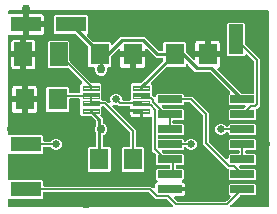
<source format=gtl>
G04 EAGLE Gerber RS-274X export*
G75*
%MOMM*%
%FSLAX34Y34*%
%LPD*%
%INTop Copper*%
%IPPOS*%
%AMOC8*
5,1,8,0,0,1.08239X$1,22.5*%
G01*
%ADD10R,1.500000X2.000000*%
%ADD11R,1.600000X1.800000*%
%ADD12R,1.270000X2.540000*%
%ADD13R,2.540000X1.270000*%
%ADD14R,2.032000X0.660400*%
%ADD15R,1.600000X1.803000*%
%ADD16C,0.120000*%
%ADD17C,0.152400*%
%ADD18C,0.656400*%
%ADD19C,0.254000*%
%ADD20C,0.756400*%

G36*
X229788Y10176D02*
X229788Y10176D01*
X229907Y10183D01*
X229945Y10196D01*
X229986Y10201D01*
X230096Y10244D01*
X230209Y10281D01*
X230244Y10303D01*
X230281Y10318D01*
X230377Y10387D01*
X230478Y10451D01*
X230506Y10481D01*
X230539Y10504D01*
X230615Y10596D01*
X230696Y10683D01*
X230716Y10718D01*
X230741Y10749D01*
X230792Y10857D01*
X230850Y10961D01*
X230860Y11001D01*
X230877Y11037D01*
X230899Y11154D01*
X230929Y11269D01*
X230933Y11329D01*
X230937Y11349D01*
X230935Y11370D01*
X230939Y11430D01*
X230939Y175770D01*
X230924Y175888D01*
X230917Y176007D01*
X230904Y176045D01*
X230899Y176086D01*
X230856Y176196D01*
X230819Y176309D01*
X230797Y176344D01*
X230782Y176381D01*
X230713Y176477D01*
X230649Y176578D01*
X230619Y176606D01*
X230596Y176639D01*
X230504Y176715D01*
X230417Y176796D01*
X230382Y176816D01*
X230351Y176841D01*
X230243Y176892D01*
X230139Y176950D01*
X230099Y176960D01*
X230063Y176977D01*
X229946Y176999D01*
X229831Y177029D01*
X229771Y177033D01*
X229751Y177037D01*
X229730Y177035D01*
X229670Y177039D01*
X11430Y177039D01*
X11312Y177024D01*
X11193Y177017D01*
X11155Y177004D01*
X11114Y176999D01*
X11004Y176956D01*
X10891Y176919D01*
X10856Y176897D01*
X10819Y176882D01*
X10723Y176813D01*
X10622Y176749D01*
X10594Y176719D01*
X10561Y176696D01*
X10485Y176604D01*
X10404Y176517D01*
X10384Y176482D01*
X10359Y176451D01*
X10308Y176343D01*
X10250Y176239D01*
X10240Y176199D01*
X10223Y176163D01*
X10201Y176046D01*
X10171Y175931D01*
X10167Y175871D01*
X10163Y175851D01*
X10165Y175830D01*
X10161Y175770D01*
X10161Y175054D01*
X10177Y174929D01*
X10186Y174804D01*
X10196Y174772D01*
X10201Y174739D01*
X10247Y174621D01*
X10287Y174502D01*
X10305Y174474D01*
X10318Y174443D01*
X10392Y174341D01*
X10460Y174236D01*
X10485Y174213D01*
X10504Y174185D01*
X10601Y174105D01*
X10694Y174020D01*
X10723Y174004D01*
X10749Y173983D01*
X10863Y173929D01*
X10974Y173870D01*
X11007Y173861D01*
X11037Y173847D01*
X11160Y173824D01*
X11283Y173793D01*
X11316Y173794D01*
X11349Y173787D01*
X11475Y173795D01*
X11601Y173796D01*
X11649Y173806D01*
X11667Y173807D01*
X11687Y173814D01*
X11759Y173828D01*
X12365Y173991D01*
X22861Y173991D01*
X22861Y166370D01*
X22876Y166252D01*
X22883Y166133D01*
X22896Y166095D01*
X22901Y166055D01*
X22944Y165944D01*
X22981Y165831D01*
X23003Y165796D01*
X23018Y165759D01*
X23088Y165663D01*
X23151Y165562D01*
X23181Y165534D01*
X23205Y165502D01*
X23296Y165426D01*
X23383Y165344D01*
X23418Y165325D01*
X23449Y165299D01*
X23557Y165248D01*
X23661Y165191D01*
X23701Y165180D01*
X23737Y165163D01*
X23854Y165141D01*
X23969Y165111D01*
X24030Y165107D01*
X24050Y165103D01*
X24070Y165105D01*
X24130Y165101D01*
X25401Y165101D01*
X25401Y165099D01*
X24130Y165099D01*
X24012Y165084D01*
X23893Y165077D01*
X23855Y165064D01*
X23815Y165059D01*
X23704Y165015D01*
X23591Y164979D01*
X23556Y164957D01*
X23519Y164942D01*
X23423Y164872D01*
X23322Y164809D01*
X23294Y164779D01*
X23261Y164755D01*
X23186Y164664D01*
X23104Y164577D01*
X23084Y164542D01*
X23059Y164510D01*
X23008Y164403D01*
X22950Y164299D01*
X22940Y164259D01*
X22923Y164223D01*
X22901Y164106D01*
X22871Y163991D01*
X22867Y163930D01*
X22863Y163910D01*
X22865Y163890D01*
X22861Y163830D01*
X22861Y156209D01*
X12366Y156209D01*
X11759Y156372D01*
X11634Y156389D01*
X11510Y156413D01*
X11477Y156411D01*
X11443Y156415D01*
X11318Y156401D01*
X11193Y156393D01*
X11161Y156382D01*
X11128Y156379D01*
X11010Y156334D01*
X10891Y156295D01*
X10862Y156277D01*
X10831Y156265D01*
X10728Y156192D01*
X10622Y156125D01*
X10599Y156100D01*
X10571Y156081D01*
X10490Y155985D01*
X10404Y155893D01*
X10388Y155864D01*
X10366Y155838D01*
X10311Y155725D01*
X10250Y155615D01*
X10242Y155582D01*
X10227Y155552D01*
X10202Y155428D01*
X10171Y155307D01*
X10168Y155258D01*
X10164Y155240D01*
X10165Y155218D01*
X10161Y155146D01*
X10161Y72531D01*
X10178Y72393D01*
X10191Y72255D01*
X10198Y72236D01*
X10201Y72216D01*
X10252Y72086D01*
X10299Y71955D01*
X10310Y71939D01*
X10318Y71920D01*
X10399Y71808D01*
X10477Y71692D01*
X10493Y71679D01*
X10504Y71663D01*
X10612Y71574D01*
X10716Y71482D01*
X10734Y71473D01*
X10749Y71460D01*
X10875Y71401D01*
X10999Y71337D01*
X11019Y71333D01*
X11037Y71324D01*
X11173Y71298D01*
X11310Y71268D01*
X11330Y71268D01*
X11349Y71265D01*
X11488Y71273D01*
X11627Y71277D01*
X11647Y71283D01*
X11667Y71284D01*
X11799Y71327D01*
X11933Y71366D01*
X11948Y71375D01*
X38732Y71375D01*
X39625Y70482D01*
X39625Y67056D01*
X39640Y66938D01*
X39647Y66819D01*
X39660Y66781D01*
X39665Y66740D01*
X39708Y66630D01*
X39745Y66517D01*
X39767Y66482D01*
X39782Y66445D01*
X39851Y66349D01*
X39915Y66248D01*
X39945Y66220D01*
X39968Y66187D01*
X40060Y66111D01*
X40147Y66030D01*
X40182Y66010D01*
X40213Y65985D01*
X40321Y65934D01*
X40425Y65876D01*
X40465Y65866D01*
X40501Y65849D01*
X40618Y65827D01*
X40733Y65797D01*
X40793Y65793D01*
X40813Y65789D01*
X40834Y65791D01*
X40894Y65787D01*
X45763Y65787D01*
X45861Y65799D01*
X45960Y65802D01*
X46019Y65819D01*
X46079Y65827D01*
X46171Y65863D01*
X46266Y65891D01*
X46318Y65921D01*
X46374Y65944D01*
X46454Y66002D01*
X46540Y66052D01*
X46615Y66118D01*
X46632Y66130D01*
X46640Y66140D01*
X46661Y66158D01*
X48077Y67575D01*
X49844Y68307D01*
X51756Y68307D01*
X53523Y67575D01*
X54875Y66223D01*
X55607Y64456D01*
X55607Y62544D01*
X54875Y60777D01*
X53523Y59425D01*
X51756Y58693D01*
X49844Y58693D01*
X48077Y59425D01*
X46661Y60842D01*
X46582Y60902D01*
X46510Y60970D01*
X46457Y60999D01*
X46409Y61036D01*
X46318Y61076D01*
X46232Y61124D01*
X46173Y61139D01*
X46118Y61163D01*
X46020Y61178D01*
X45924Y61203D01*
X45824Y61209D01*
X45804Y61213D01*
X45791Y61211D01*
X45763Y61213D01*
X40894Y61213D01*
X40776Y61198D01*
X40657Y61191D01*
X40619Y61178D01*
X40578Y61173D01*
X40468Y61130D01*
X40355Y61093D01*
X40320Y61071D01*
X40283Y61056D01*
X40187Y60987D01*
X40086Y60923D01*
X40058Y60893D01*
X40025Y60870D01*
X39949Y60778D01*
X39868Y60691D01*
X39848Y60656D01*
X39823Y60625D01*
X39772Y60517D01*
X39714Y60413D01*
X39704Y60373D01*
X39687Y60337D01*
X39665Y60220D01*
X39635Y60105D01*
X39631Y60045D01*
X39627Y60025D01*
X39629Y60004D01*
X39625Y59944D01*
X39625Y56518D01*
X38732Y55625D01*
X11930Y55625D01*
X11823Y55676D01*
X11803Y55679D01*
X11785Y55687D01*
X11647Y55709D01*
X11510Y55735D01*
X11490Y55734D01*
X11470Y55737D01*
X11332Y55724D01*
X11193Y55716D01*
X11174Y55709D01*
X11154Y55708D01*
X11023Y55660D01*
X10891Y55618D01*
X10873Y55607D01*
X10855Y55600D01*
X10740Y55522D01*
X10622Y55447D01*
X10608Y55433D01*
X10591Y55421D01*
X10499Y55317D01*
X10404Y55216D01*
X10394Y55198D01*
X10381Y55183D01*
X10317Y55059D01*
X10250Y54937D01*
X10245Y54918D01*
X10236Y54900D01*
X10206Y54764D01*
X10171Y54629D01*
X10169Y54602D01*
X10166Y54590D01*
X10167Y54569D01*
X10161Y54469D01*
X10161Y34431D01*
X10178Y34293D01*
X10191Y34155D01*
X10198Y34136D01*
X10201Y34116D01*
X10252Y33986D01*
X10299Y33855D01*
X10310Y33839D01*
X10318Y33820D01*
X10399Y33708D01*
X10477Y33592D01*
X10493Y33579D01*
X10504Y33563D01*
X10612Y33474D01*
X10716Y33382D01*
X10734Y33373D01*
X10749Y33360D01*
X10875Y33301D01*
X10999Y33237D01*
X11019Y33233D01*
X11037Y33224D01*
X11173Y33198D01*
X11310Y33168D01*
X11330Y33168D01*
X11349Y33165D01*
X11488Y33173D01*
X11627Y33177D01*
X11647Y33183D01*
X11667Y33184D01*
X11799Y33227D01*
X11933Y33266D01*
X11948Y33275D01*
X38732Y33275D01*
X39625Y32382D01*
X39625Y28956D01*
X39640Y28838D01*
X39647Y28719D01*
X39660Y28681D01*
X39665Y28640D01*
X39708Y28530D01*
X39745Y28417D01*
X39767Y28382D01*
X39782Y28345D01*
X39851Y28249D01*
X39915Y28148D01*
X39945Y28120D01*
X39968Y28087D01*
X40060Y28011D01*
X40147Y27930D01*
X40182Y27910D01*
X40213Y27885D01*
X40321Y27834D01*
X40425Y27776D01*
X40465Y27766D01*
X40501Y27749D01*
X40618Y27727D01*
X40733Y27697D01*
X40793Y27693D01*
X40813Y27689D01*
X40834Y27691D01*
X40894Y27687D01*
X131318Y27687D01*
X132199Y26807D01*
X132308Y26722D01*
X132415Y26633D01*
X132434Y26624D01*
X132450Y26612D01*
X132577Y26556D01*
X132703Y26497D01*
X132723Y26493D01*
X132742Y26485D01*
X132880Y26463D01*
X133016Y26437D01*
X133036Y26439D01*
X133056Y26435D01*
X133195Y26448D01*
X133333Y26457D01*
X133352Y26463D01*
X133372Y26465D01*
X133504Y26512D01*
X133635Y26555D01*
X133653Y26566D01*
X133672Y26573D01*
X133787Y26651D01*
X133904Y26725D01*
X133918Y26740D01*
X133935Y26751D01*
X134027Y26855D01*
X134122Y26957D01*
X134132Y26975D01*
X134145Y26990D01*
X134208Y27114D01*
X134276Y27235D01*
X134281Y27255D01*
X134290Y27273D01*
X134320Y27409D01*
X134355Y27543D01*
X134357Y27571D01*
X134360Y27583D01*
X134359Y27604D01*
X134365Y27704D01*
X134365Y29036D01*
X134538Y29683D01*
X134873Y30262D01*
X135346Y30735D01*
X135999Y31112D01*
X136062Y31135D01*
X136085Y31150D01*
X136109Y31160D01*
X136216Y31239D01*
X136325Y31313D01*
X136343Y31334D01*
X136365Y31350D01*
X136448Y31453D01*
X136536Y31552D01*
X136548Y31576D01*
X136565Y31597D01*
X136620Y31717D01*
X136680Y31835D01*
X136686Y31861D01*
X136698Y31886D01*
X136721Y32016D01*
X136750Y32145D01*
X136749Y32172D01*
X136754Y32199D01*
X136745Y32331D01*
X136740Y32463D01*
X136733Y32489D01*
X136731Y32516D01*
X136689Y32642D01*
X136652Y32769D01*
X136638Y32792D01*
X136630Y32817D01*
X136558Y32929D01*
X136491Y33043D01*
X136465Y33071D01*
X136457Y33084D01*
X136441Y33099D01*
X136384Y33164D01*
X135381Y34166D01*
X135381Y42034D01*
X136274Y42927D01*
X146177Y42927D01*
X146295Y42942D01*
X146414Y42949D01*
X146452Y42962D01*
X146493Y42967D01*
X146603Y43010D01*
X146716Y43047D01*
X146751Y43069D01*
X146788Y43084D01*
X146884Y43153D01*
X146985Y43217D01*
X147013Y43247D01*
X147046Y43270D01*
X147122Y43362D01*
X147203Y43449D01*
X147223Y43484D01*
X147248Y43515D01*
X147299Y43623D01*
X147357Y43727D01*
X147367Y43767D01*
X147384Y43803D01*
X147406Y43920D01*
X147436Y44035D01*
X147440Y44095D01*
X147444Y44115D01*
X147442Y44136D01*
X147446Y44196D01*
X147446Y44704D01*
X147431Y44822D01*
X147424Y44941D01*
X147411Y44979D01*
X147406Y45020D01*
X147363Y45130D01*
X147326Y45243D01*
X147304Y45278D01*
X147289Y45315D01*
X147220Y45411D01*
X147156Y45512D01*
X147126Y45540D01*
X147103Y45573D01*
X147011Y45649D01*
X146924Y45730D01*
X146889Y45750D01*
X146858Y45775D01*
X146750Y45826D01*
X146646Y45884D01*
X146606Y45894D01*
X146570Y45911D01*
X146453Y45933D01*
X146338Y45963D01*
X146278Y45967D01*
X146258Y45971D01*
X146237Y45969D01*
X146177Y45973D01*
X136274Y45973D01*
X135381Y46866D01*
X135381Y54730D01*
X135369Y54828D01*
X135366Y54927D01*
X135349Y54986D01*
X135341Y55046D01*
X135305Y55138D01*
X135277Y55233D01*
X135247Y55285D01*
X135224Y55341D01*
X135166Y55421D01*
X135116Y55507D01*
X135050Y55582D01*
X135038Y55599D01*
X135028Y55607D01*
X135009Y55628D01*
X134045Y56592D01*
X134045Y56593D01*
X132333Y58304D01*
X132333Y85810D01*
X132317Y85935D01*
X132308Y86060D01*
X132298Y86092D01*
X132293Y86125D01*
X132247Y86242D01*
X132207Y86361D01*
X132189Y86390D01*
X132176Y86421D01*
X132103Y86523D01*
X132034Y86628D01*
X132009Y86651D01*
X131990Y86678D01*
X131893Y86759D01*
X131800Y86844D01*
X131771Y86860D01*
X131745Y86881D01*
X131631Y86935D01*
X131520Y86994D01*
X131487Y87002D01*
X131457Y87017D01*
X131334Y87040D01*
X131211Y87070D01*
X131178Y87070D01*
X131145Y87076D01*
X131019Y87069D01*
X130893Y87067D01*
X130845Y87058D01*
X130827Y87057D01*
X130807Y87050D01*
X130735Y87036D01*
X130263Y86909D01*
X124369Y86909D01*
X124369Y91850D01*
X124354Y91968D01*
X124347Y92087D01*
X124335Y92125D01*
X124330Y92165D01*
X124286Y92276D01*
X124249Y92389D01*
X124227Y92423D01*
X124213Y92461D01*
X124143Y92557D01*
X124079Y92658D01*
X124078Y92658D01*
X124049Y92686D01*
X124026Y92718D01*
X124025Y92719D01*
X123933Y92795D01*
X123847Y92876D01*
X123811Y92896D01*
X123780Y92922D01*
X123673Y92972D01*
X123568Y93030D01*
X123529Y93040D01*
X123493Y93057D01*
X123376Y93079D01*
X123260Y93109D01*
X123200Y93113D01*
X123180Y93117D01*
X123160Y93116D01*
X123100Y93119D01*
X113209Y93119D01*
X113209Y94064D01*
X113317Y94466D01*
X113334Y94590D01*
X113358Y94714D01*
X113356Y94747D01*
X113360Y94781D01*
X113346Y94906D01*
X113338Y95031D01*
X113328Y95063D01*
X113324Y95097D01*
X113279Y95214D01*
X113240Y95333D01*
X113222Y95362D01*
X113210Y95393D01*
X113137Y95496D01*
X113070Y95602D01*
X113045Y95625D01*
X113026Y95653D01*
X112930Y95734D01*
X112838Y95820D01*
X112809Y95836D01*
X112783Y95858D01*
X112670Y95913D01*
X112560Y95974D01*
X112527Y95982D01*
X112497Y95997D01*
X112373Y96022D01*
X112252Y96053D01*
X112203Y96056D01*
X112185Y96060D01*
X112163Y96059D01*
X112091Y96063D01*
X103903Y96063D01*
X103545Y96422D01*
X103466Y96482D01*
X103394Y96550D01*
X103341Y96579D01*
X103293Y96616D01*
X103202Y96656D01*
X103116Y96704D01*
X103057Y96719D01*
X103001Y96743D01*
X102903Y96758D01*
X102808Y96783D01*
X102708Y96789D01*
X102687Y96793D01*
X102675Y96791D01*
X102647Y96793D01*
X100644Y96793D01*
X100217Y96970D01*
X100150Y96988D01*
X100086Y97016D01*
X99997Y97030D01*
X99911Y97054D01*
X99841Y97055D01*
X99772Y97066D01*
X99682Y97058D01*
X99593Y97059D01*
X99525Y97043D01*
X99455Y97036D01*
X99371Y97006D01*
X99283Y96985D01*
X99222Y96952D01*
X99156Y96929D01*
X99082Y96878D01*
X99002Y96836D01*
X98951Y96789D01*
X98893Y96750D01*
X98833Y96683D01*
X98767Y96622D01*
X98729Y96564D01*
X98682Y96512D01*
X98642Y96432D01*
X98592Y96356D01*
X98569Y96290D01*
X98538Y96228D01*
X98518Y96141D01*
X98489Y96056D01*
X98483Y95986D01*
X98468Y95918D01*
X98471Y95828D01*
X98464Y95739D01*
X98476Y95670D01*
X98478Y95600D01*
X98503Y95514D01*
X98518Y95425D01*
X98547Y95362D01*
X98566Y95295D01*
X98612Y95217D01*
X98649Y95135D01*
X98692Y95081D01*
X98728Y95021D01*
X98834Y94900D01*
X118107Y75627D01*
X118107Y62609D01*
X118122Y62491D01*
X118129Y62372D01*
X118142Y62334D01*
X118147Y62293D01*
X118190Y62183D01*
X118227Y62070D01*
X118249Y62035D01*
X118264Y61998D01*
X118333Y61902D01*
X118397Y61801D01*
X118427Y61773D01*
X118450Y61740D01*
X118542Y61664D01*
X118629Y61583D01*
X118664Y61563D01*
X118695Y61538D01*
X118803Y61487D01*
X118907Y61429D01*
X118947Y61419D01*
X118983Y61402D01*
X119100Y61380D01*
X119215Y61350D01*
X119275Y61346D01*
X119295Y61342D01*
X119316Y61344D01*
X119376Y61340D01*
X124452Y61340D01*
X125345Y60447D01*
X125345Y41153D01*
X124452Y40260D01*
X107188Y40260D01*
X106295Y41153D01*
X106295Y60447D01*
X107188Y61340D01*
X112264Y61340D01*
X112382Y61355D01*
X112501Y61362D01*
X112539Y61375D01*
X112580Y61380D01*
X112690Y61423D01*
X112803Y61460D01*
X112838Y61482D01*
X112875Y61497D01*
X112971Y61566D01*
X113072Y61630D01*
X113100Y61660D01*
X113133Y61683D01*
X113209Y61775D01*
X113290Y61862D01*
X113310Y61897D01*
X113335Y61928D01*
X113386Y62036D01*
X113444Y62140D01*
X113454Y62180D01*
X113471Y62216D01*
X113493Y62333D01*
X113523Y62448D01*
X113527Y62508D01*
X113531Y62528D01*
X113529Y62549D01*
X113533Y62609D01*
X113533Y73207D01*
X113521Y73305D01*
X113518Y73404D01*
X113501Y73462D01*
X113493Y73523D01*
X113457Y73615D01*
X113429Y73710D01*
X113399Y73762D01*
X113376Y73818D01*
X113318Y73898D01*
X113268Y73984D01*
X113202Y74059D01*
X113190Y74076D01*
X113180Y74083D01*
X113162Y74105D01*
X91575Y95692D01*
X91496Y95752D01*
X91424Y95820D01*
X91371Y95849D01*
X91323Y95886D01*
X91232Y95926D01*
X91146Y95974D01*
X91087Y95989D01*
X91031Y96013D01*
X90933Y96028D01*
X90838Y96053D01*
X90738Y96059D01*
X90717Y96063D01*
X90705Y96061D01*
X90677Y96063D01*
X90244Y96063D01*
X90126Y96048D01*
X90007Y96041D01*
X89969Y96028D01*
X89928Y96023D01*
X89818Y95980D01*
X89705Y95943D01*
X89670Y95921D01*
X89633Y95906D01*
X89537Y95837D01*
X89436Y95773D01*
X89408Y95743D01*
X89375Y95720D01*
X89299Y95628D01*
X89218Y95541D01*
X89198Y95506D01*
X89173Y95475D01*
X89122Y95367D01*
X89064Y95263D01*
X89054Y95223D01*
X89037Y95187D01*
X89015Y95070D01*
X88985Y94955D01*
X88981Y94895D01*
X88977Y94875D01*
X88979Y94854D01*
X88975Y94794D01*
X88975Y89170D01*
X88751Y88946D01*
X88678Y88852D01*
X88599Y88763D01*
X88581Y88727D01*
X88556Y88695D01*
X88509Y88586D01*
X88455Y88480D01*
X88446Y88440D01*
X88430Y88403D01*
X88411Y88285D01*
X88385Y88169D01*
X88386Y88129D01*
X88380Y88089D01*
X88391Y87970D01*
X88395Y87852D01*
X88406Y87813D01*
X88410Y87772D01*
X88450Y87660D01*
X88483Y87546D01*
X88504Y87511D01*
X88517Y87473D01*
X88584Y87375D01*
X88645Y87272D01*
X88684Y87227D01*
X88696Y87210D01*
X88711Y87197D01*
X88751Y87151D01*
X90175Y85728D01*
X90175Y82264D01*
X90178Y82235D01*
X90176Y82205D01*
X90198Y82077D01*
X90215Y81949D01*
X90225Y81921D01*
X90230Y81892D01*
X90284Y81773D01*
X90332Y81653D01*
X90349Y81629D01*
X90361Y81602D01*
X90442Y81501D01*
X90518Y81395D01*
X90541Y81377D01*
X90560Y81354D01*
X90663Y81275D01*
X90763Y81193D01*
X90790Y81180D01*
X90814Y81162D01*
X90958Y81091D01*
X91906Y80699D01*
X93399Y79206D01*
X94207Y77256D01*
X94207Y75144D01*
X93399Y73194D01*
X91906Y71701D01*
X90958Y71309D01*
X90933Y71294D01*
X90905Y71285D01*
X90795Y71215D01*
X90682Y71151D01*
X90661Y71131D01*
X90636Y71115D01*
X90547Y71020D01*
X90454Y70930D01*
X90438Y70905D01*
X90418Y70883D01*
X90355Y70769D01*
X90287Y70659D01*
X90279Y70630D01*
X90264Y70605D01*
X90232Y70479D01*
X90194Y70355D01*
X90192Y70325D01*
X90185Y70297D01*
X90175Y70136D01*
X90175Y62609D01*
X90190Y62491D01*
X90197Y62372D01*
X90210Y62334D01*
X90215Y62293D01*
X90258Y62183D01*
X90295Y62070D01*
X90317Y62035D01*
X90332Y61998D01*
X90401Y61902D01*
X90465Y61801D01*
X90495Y61773D01*
X90518Y61740D01*
X90610Y61664D01*
X90697Y61583D01*
X90732Y61563D01*
X90763Y61538D01*
X90871Y61487D01*
X90975Y61429D01*
X91015Y61419D01*
X91051Y61402D01*
X91168Y61380D01*
X91283Y61350D01*
X91343Y61346D01*
X91363Y61342D01*
X91384Y61344D01*
X91444Y61340D01*
X96012Y61340D01*
X96905Y60447D01*
X96905Y41153D01*
X96012Y40260D01*
X78748Y40260D01*
X77855Y41153D01*
X77855Y60447D01*
X78748Y61340D01*
X83316Y61340D01*
X83434Y61355D01*
X83553Y61362D01*
X83591Y61375D01*
X83632Y61380D01*
X83742Y61423D01*
X83855Y61460D01*
X83890Y61482D01*
X83927Y61497D01*
X84023Y61566D01*
X84124Y61630D01*
X84152Y61660D01*
X84185Y61683D01*
X84261Y61775D01*
X84342Y61862D01*
X84362Y61897D01*
X84387Y61928D01*
X84438Y62036D01*
X84496Y62140D01*
X84506Y62180D01*
X84523Y62216D01*
X84545Y62333D01*
X84575Y62448D01*
X84579Y62508D01*
X84583Y62528D01*
X84581Y62549D01*
X84585Y62609D01*
X84585Y72497D01*
X84584Y72506D01*
X84585Y72515D01*
X84564Y72664D01*
X84545Y72813D01*
X84542Y72821D01*
X84541Y72830D01*
X84489Y72983D01*
X83593Y75144D01*
X83593Y77256D01*
X84489Y79417D01*
X84491Y79426D01*
X84496Y79434D01*
X84533Y79580D01*
X84573Y79724D01*
X84573Y79733D01*
X84575Y79742D01*
X84585Y79903D01*
X84585Y82887D01*
X84573Y82985D01*
X84570Y83084D01*
X84553Y83142D01*
X84545Y83202D01*
X84509Y83294D01*
X84481Y83389D01*
X84451Y83442D01*
X84428Y83498D01*
X84370Y83578D01*
X84320Y83663D01*
X84254Y83739D01*
X84242Y83755D01*
X84232Y83763D01*
X84214Y83784D01*
X80444Y87554D01*
X80366Y87614D01*
X80294Y87682D01*
X80241Y87711D01*
X80193Y87748D01*
X80102Y87788D01*
X80015Y87836D01*
X79957Y87851D01*
X79901Y87875D01*
X79803Y87890D01*
X79707Y87915D01*
X79607Y87921D01*
X79587Y87925D01*
X79575Y87923D01*
X79547Y87925D01*
X72470Y87925D01*
X71225Y89170D01*
X71225Y94785D01*
X71238Y94864D01*
X71264Y94980D01*
X71263Y95020D01*
X71269Y95060D01*
X71258Y95179D01*
X71254Y95298D01*
X71243Y95336D01*
X71239Y95376D01*
X71225Y95415D01*
X71225Y101294D01*
X71210Y101412D01*
X71203Y101531D01*
X71190Y101569D01*
X71185Y101610D01*
X71142Y101720D01*
X71105Y101833D01*
X71083Y101868D01*
X71068Y101905D01*
X70999Y102001D01*
X70935Y102102D01*
X70905Y102130D01*
X70882Y102163D01*
X70790Y102239D01*
X70703Y102320D01*
X70668Y102340D01*
X70637Y102365D01*
X70529Y102416D01*
X70425Y102474D01*
X70385Y102484D01*
X70349Y102501D01*
X70232Y102523D01*
X70117Y102553D01*
X70057Y102557D01*
X70037Y102561D01*
X70016Y102559D01*
X69956Y102563D01*
X62894Y102563D01*
X62776Y102548D01*
X62657Y102541D01*
X62619Y102528D01*
X62578Y102523D01*
X62468Y102480D01*
X62355Y102443D01*
X62320Y102421D01*
X62283Y102406D01*
X62187Y102337D01*
X62086Y102273D01*
X62058Y102243D01*
X62025Y102220D01*
X61949Y102128D01*
X61868Y102041D01*
X61848Y102006D01*
X61823Y101975D01*
X61772Y101867D01*
X61714Y101763D01*
X61704Y101723D01*
X61687Y101687D01*
X61665Y101570D01*
X61635Y101455D01*
X61631Y101395D01*
X61627Y101375D01*
X61629Y101354D01*
X61625Y101294D01*
X61625Y91968D01*
X60732Y91075D01*
X43468Y91075D01*
X42575Y91968D01*
X42575Y111232D01*
X43468Y112125D01*
X60732Y112125D01*
X61625Y111232D01*
X61625Y108406D01*
X61640Y108288D01*
X61647Y108169D01*
X61660Y108131D01*
X61665Y108090D01*
X61709Y107979D01*
X61745Y107867D01*
X61767Y107832D01*
X61782Y107795D01*
X61851Y107699D01*
X61915Y107598D01*
X61945Y107570D01*
X61968Y107537D01*
X62060Y107461D01*
X62147Y107380D01*
X62182Y107360D01*
X62213Y107335D01*
X62321Y107284D01*
X62425Y107226D01*
X62465Y107216D01*
X62501Y107199D01*
X62618Y107177D01*
X62733Y107147D01*
X62793Y107143D01*
X62813Y107139D01*
X62834Y107141D01*
X62894Y107137D01*
X69956Y107137D01*
X70074Y107152D01*
X70193Y107159D01*
X70231Y107172D01*
X70272Y107177D01*
X70382Y107220D01*
X70495Y107257D01*
X70530Y107279D01*
X70567Y107294D01*
X70663Y107363D01*
X70764Y107427D01*
X70792Y107457D01*
X70825Y107480D01*
X70901Y107572D01*
X70982Y107659D01*
X71002Y107694D01*
X71027Y107725D01*
X71078Y107833D01*
X71136Y107937D01*
X71146Y107977D01*
X71163Y108013D01*
X71185Y108130D01*
X71215Y108245D01*
X71219Y108305D01*
X71223Y108325D01*
X71221Y108346D01*
X71225Y108406D01*
X71225Y114030D01*
X72483Y115288D01*
X72556Y115382D01*
X72635Y115471D01*
X72653Y115507D01*
X72678Y115539D01*
X72725Y115649D01*
X72779Y115755D01*
X72788Y115794D01*
X72804Y115831D01*
X72823Y115949D01*
X72849Y116065D01*
X72848Y116105D01*
X72854Y116145D01*
X72843Y116264D01*
X72839Y116383D01*
X72828Y116422D01*
X72824Y116462D01*
X72784Y116574D01*
X72751Y116688D01*
X72731Y116723D01*
X72717Y116761D01*
X72650Y116860D01*
X72590Y116962D01*
X72550Y117007D01*
X72538Y117024D01*
X72523Y117038D01*
X72483Y117083D01*
X61763Y127804D01*
X61684Y127864D01*
X61612Y127932D01*
X61559Y127961D01*
X61511Y127998D01*
X61420Y128038D01*
X61334Y128086D01*
X61275Y128101D01*
X61219Y128125D01*
X61121Y128140D01*
X61026Y128165D01*
X60926Y128171D01*
X60905Y128175D01*
X60893Y128173D01*
X60865Y128175D01*
X44968Y128175D01*
X44075Y129068D01*
X44075Y150332D01*
X44968Y151225D01*
X61232Y151225D01*
X62125Y150332D01*
X62125Y134435D01*
X62137Y134337D01*
X62140Y134238D01*
X62157Y134180D01*
X62165Y134119D01*
X62201Y134027D01*
X62229Y133932D01*
X62259Y133880D01*
X62282Y133824D01*
X62340Y133744D01*
X62390Y133658D01*
X62456Y133583D01*
X62468Y133566D01*
X62478Y133559D01*
X62496Y133537D01*
X80387Y115646D01*
X80466Y115586D01*
X80538Y115518D01*
X80591Y115489D01*
X80639Y115452D01*
X80730Y115412D01*
X80816Y115364D01*
X80875Y115349D01*
X80931Y115325D01*
X81029Y115310D01*
X81124Y115285D01*
X81224Y115279D01*
X81245Y115275D01*
X81257Y115277D01*
X81285Y115275D01*
X87730Y115275D01*
X88975Y114030D01*
X88975Y108415D01*
X88962Y108337D01*
X88936Y108221D01*
X88938Y108180D01*
X88931Y108141D01*
X88942Y108022D01*
X88946Y107903D01*
X88957Y107864D01*
X88961Y107824D01*
X88975Y107786D01*
X88975Y101906D01*
X88990Y101788D01*
X88997Y101669D01*
X89010Y101631D01*
X89015Y101590D01*
X89058Y101480D01*
X89095Y101367D01*
X89117Y101332D01*
X89132Y101295D01*
X89201Y101199D01*
X89265Y101098D01*
X89295Y101070D01*
X89318Y101037D01*
X89410Y100961D01*
X89497Y100880D01*
X89532Y100860D01*
X89563Y100835D01*
X89671Y100784D01*
X89775Y100726D01*
X89815Y100716D01*
X89851Y100699D01*
X89968Y100677D01*
X90083Y100647D01*
X90143Y100643D01*
X90163Y100639D01*
X90184Y100641D01*
X90244Y100637D01*
X93097Y100637D01*
X94900Y98834D01*
X94955Y98791D01*
X95004Y98741D01*
X95080Y98694D01*
X95151Y98639D01*
X95215Y98611D01*
X95275Y98575D01*
X95360Y98549D01*
X95443Y98513D01*
X95512Y98502D01*
X95579Y98481D01*
X95668Y98477D01*
X95757Y98463D01*
X95827Y98470D01*
X95896Y98466D01*
X95984Y98484D01*
X96074Y98493D01*
X96140Y98516D01*
X96208Y98531D01*
X96288Y98570D01*
X96373Y98600D01*
X96431Y98640D01*
X96493Y98670D01*
X96562Y98728D01*
X96636Y98779D01*
X96682Y98831D01*
X96735Y98877D01*
X96787Y98950D01*
X96847Y99017D01*
X96878Y99080D01*
X96918Y99137D01*
X96950Y99221D01*
X96991Y99301D01*
X97006Y99369D01*
X97031Y99434D01*
X97041Y99523D01*
X97061Y99611D01*
X97059Y99681D01*
X97066Y99750D01*
X97054Y99839D01*
X97051Y99929D01*
X97032Y99996D01*
X97022Y100065D01*
X96970Y100217D01*
X96793Y100644D01*
X96793Y102556D01*
X97525Y104323D01*
X98877Y105675D01*
X100644Y106407D01*
X102556Y106407D01*
X104323Y105675D01*
X105675Y104323D01*
X106407Y102556D01*
X106407Y101906D01*
X106422Y101788D01*
X106429Y101669D01*
X106442Y101631D01*
X106447Y101590D01*
X106490Y101480D01*
X106527Y101367D01*
X106549Y101332D01*
X106564Y101295D01*
X106633Y101199D01*
X106697Y101098D01*
X106727Y101070D01*
X106750Y101037D01*
X106842Y100961D01*
X106929Y100880D01*
X106964Y100860D01*
X106995Y100835D01*
X107103Y100784D01*
X107207Y100726D01*
X107247Y100716D01*
X107283Y100699D01*
X107400Y100677D01*
X107515Y100647D01*
X107575Y100643D01*
X107595Y100639D01*
X107616Y100641D01*
X107676Y100637D01*
X112956Y100637D01*
X113074Y100652D01*
X113193Y100659D01*
X113231Y100672D01*
X113272Y100677D01*
X113382Y100720D01*
X113495Y100757D01*
X113530Y100779D01*
X113567Y100794D01*
X113663Y100863D01*
X113764Y100927D01*
X113792Y100957D01*
X113825Y100980D01*
X113901Y101072D01*
X113982Y101159D01*
X114002Y101194D01*
X114027Y101225D01*
X114078Y101333D01*
X114136Y101437D01*
X114146Y101477D01*
X114163Y101513D01*
X114185Y101630D01*
X114215Y101745D01*
X114219Y101805D01*
X114223Y101825D01*
X114221Y101846D01*
X114225Y101906D01*
X114225Y107785D01*
X114238Y107863D01*
X114264Y107979D01*
X114262Y108020D01*
X114269Y108059D01*
X114258Y108178D01*
X114254Y108297D01*
X114243Y108336D01*
X114239Y108376D01*
X114225Y108414D01*
X114225Y114030D01*
X115470Y115275D01*
X122197Y115275D01*
X122295Y115287D01*
X122394Y115290D01*
X122452Y115307D01*
X122512Y115315D01*
X122604Y115351D01*
X122699Y115379D01*
X122752Y115409D01*
X122808Y115432D01*
X122888Y115490D01*
X122973Y115540D01*
X123049Y115606D01*
X123065Y115618D01*
X123073Y115628D01*
X123094Y115646D01*
X141204Y133756D01*
X141264Y133834D01*
X141332Y133906D01*
X141361Y133959D01*
X141398Y134007D01*
X141438Y134098D01*
X141486Y134185D01*
X141501Y134243D01*
X141525Y134299D01*
X141540Y134397D01*
X141565Y134493D01*
X141571Y134593D01*
X141575Y134613D01*
X141573Y134625D01*
X141575Y134653D01*
X141575Y135636D01*
X141560Y135754D01*
X141553Y135873D01*
X141540Y135911D01*
X141535Y135952D01*
X141492Y136062D01*
X141455Y136175D01*
X141433Y136210D01*
X141418Y136247D01*
X141349Y136343D01*
X141285Y136444D01*
X141255Y136472D01*
X141232Y136505D01*
X141140Y136581D01*
X141053Y136662D01*
X141018Y136682D01*
X140987Y136707D01*
X140879Y136758D01*
X140775Y136816D01*
X140735Y136826D01*
X140699Y136843D01*
X140582Y136865D01*
X140467Y136895D01*
X140407Y136899D01*
X140387Y136903D01*
X140366Y136901D01*
X140306Y136905D01*
X135394Y136905D01*
X128307Y143992D01*
X128198Y144077D01*
X128091Y144165D01*
X128072Y144174D01*
X128056Y144186D01*
X127928Y144242D01*
X127803Y144301D01*
X127783Y144305D01*
X127764Y144313D01*
X127626Y144335D01*
X127490Y144361D01*
X127470Y144359D01*
X127450Y144363D01*
X127311Y144350D01*
X127173Y144341D01*
X127154Y144335D01*
X127134Y144333D01*
X127002Y144286D01*
X126871Y144243D01*
X126853Y144232D01*
X126834Y144225D01*
X126719Y144147D01*
X126602Y144073D01*
X126588Y144058D01*
X126571Y144047D01*
X126479Y143942D01*
X126384Y143841D01*
X126374Y143823D01*
X126361Y143808D01*
X126297Y143684D01*
X126230Y143563D01*
X126225Y143543D01*
X126216Y143525D01*
X126186Y143389D01*
X126151Y143255D01*
X126149Y143227D01*
X126146Y143215D01*
X126147Y143194D01*
X126141Y143094D01*
X126141Y142239D01*
X116870Y142239D01*
X116752Y142224D01*
X116633Y142217D01*
X116595Y142204D01*
X116555Y142199D01*
X116444Y142155D01*
X116331Y142119D01*
X116296Y142097D01*
X116259Y142082D01*
X116163Y142012D01*
X116062Y141949D01*
X116034Y141919D01*
X116002Y141895D01*
X115926Y141804D01*
X115844Y141717D01*
X115825Y141682D01*
X115799Y141650D01*
X115748Y141543D01*
X115691Y141439D01*
X115680Y141399D01*
X115663Y141363D01*
X115641Y141246D01*
X115611Y141131D01*
X115607Y141070D01*
X115603Y141050D01*
X115605Y141030D01*
X115601Y140970D01*
X115601Y139699D01*
X115599Y139699D01*
X115599Y140970D01*
X115584Y141088D01*
X115577Y141207D01*
X115564Y141245D01*
X115559Y141285D01*
X115515Y141396D01*
X115479Y141509D01*
X115457Y141544D01*
X115442Y141581D01*
X115372Y141677D01*
X115309Y141778D01*
X115279Y141806D01*
X115255Y141838D01*
X115164Y141914D01*
X115077Y141996D01*
X115042Y142015D01*
X115010Y142041D01*
X114903Y142092D01*
X114799Y142149D01*
X114759Y142160D01*
X114723Y142177D01*
X114606Y142199D01*
X114491Y142229D01*
X114430Y142233D01*
X114410Y142237D01*
X114390Y142235D01*
X114330Y142239D01*
X105059Y142239D01*
X105059Y143094D01*
X105042Y143232D01*
X105029Y143370D01*
X105022Y143389D01*
X105019Y143410D01*
X104968Y143539D01*
X104921Y143670D01*
X104910Y143686D01*
X104902Y143705D01*
X104821Y143818D01*
X104743Y143933D01*
X104727Y143946D01*
X104716Y143963D01*
X104608Y144051D01*
X104504Y144143D01*
X104486Y144152D01*
X104471Y144165D01*
X104345Y144225D01*
X104221Y144288D01*
X104201Y144292D01*
X104183Y144301D01*
X104047Y144327D01*
X103911Y144358D01*
X103890Y144357D01*
X103871Y144361D01*
X103732Y144352D01*
X103593Y144348D01*
X103573Y144342D01*
X103553Y144341D01*
X103421Y144298D01*
X103287Y144259D01*
X103270Y144249D01*
X103251Y144243D01*
X103133Y144168D01*
X103013Y144098D01*
X102992Y144079D01*
X102982Y144073D01*
X102968Y144058D01*
X102893Y143992D01*
X97496Y138595D01*
X97436Y138517D01*
X97368Y138445D01*
X97339Y138392D01*
X97302Y138344D01*
X97262Y138253D01*
X97214Y138167D01*
X97199Y138108D01*
X97175Y138052D01*
X97160Y137954D01*
X97135Y137859D01*
X97129Y137759D01*
X97125Y137738D01*
X97127Y137726D01*
X97125Y137698D01*
X97125Y130068D01*
X96232Y129175D01*
X95476Y129175D01*
X95358Y129160D01*
X95239Y129153D01*
X95201Y129140D01*
X95160Y129135D01*
X95050Y129092D01*
X94937Y129055D01*
X94902Y129033D01*
X94865Y129018D01*
X94769Y128949D01*
X94668Y128885D01*
X94640Y128855D01*
X94607Y128832D01*
X94531Y128740D01*
X94450Y128653D01*
X94430Y128618D01*
X94405Y128587D01*
X94354Y128479D01*
X94296Y128375D01*
X94286Y128335D01*
X94269Y128299D01*
X94247Y128182D01*
X94217Y128067D01*
X94213Y128007D01*
X94209Y127987D01*
X94211Y127966D01*
X94207Y127906D01*
X94207Y125944D01*
X93399Y123994D01*
X91906Y122501D01*
X89956Y121693D01*
X87844Y121693D01*
X85894Y122501D01*
X84401Y123994D01*
X83593Y125944D01*
X83593Y127906D01*
X83578Y128024D01*
X83571Y128143D01*
X83558Y128181D01*
X83553Y128222D01*
X83510Y128332D01*
X83473Y128445D01*
X83451Y128480D01*
X83436Y128517D01*
X83367Y128613D01*
X83303Y128714D01*
X83273Y128742D01*
X83250Y128775D01*
X83158Y128851D01*
X83071Y128932D01*
X83036Y128952D01*
X83005Y128977D01*
X82897Y129028D01*
X82793Y129086D01*
X82753Y129096D01*
X82717Y129113D01*
X82600Y129135D01*
X82485Y129165D01*
X82425Y129169D01*
X82405Y129173D01*
X82384Y129171D01*
X82324Y129175D01*
X78968Y129175D01*
X78075Y130068D01*
X78075Y146047D01*
X78063Y146145D01*
X78060Y146244D01*
X78043Y146302D01*
X78035Y146362D01*
X77999Y146454D01*
X77971Y146549D01*
X77941Y146602D01*
X77918Y146658D01*
X77860Y146738D01*
X77810Y146823D01*
X77744Y146899D01*
X77732Y146915D01*
X77722Y146923D01*
X77704Y146944D01*
X67794Y156854D01*
X67716Y156914D01*
X67644Y156982D01*
X67591Y157011D01*
X67543Y157048D01*
X67452Y157088D01*
X67365Y157136D01*
X67307Y157151D01*
X67251Y157175D01*
X67153Y157190D01*
X67057Y157215D01*
X66957Y157221D01*
X66937Y157225D01*
X66925Y157223D01*
X66897Y157225D01*
X50168Y157225D01*
X49275Y158118D01*
X49275Y172082D01*
X50168Y172975D01*
X76832Y172975D01*
X77725Y172082D01*
X77725Y158118D01*
X76977Y157371D01*
X76904Y157277D01*
X76825Y157187D01*
X76807Y157151D01*
X76782Y157119D01*
X76735Y157010D01*
X76680Y156904D01*
X76672Y156865D01*
X76656Y156827D01*
X76637Y156710D01*
X76611Y156594D01*
X76612Y156553D01*
X76606Y156513D01*
X76617Y156395D01*
X76620Y156276D01*
X76632Y156237D01*
X76635Y156197D01*
X76676Y156084D01*
X76709Y155970D01*
X76729Y155936D01*
X76743Y155897D01*
X76810Y155799D01*
X76870Y155696D01*
X76910Y155651D01*
X76922Y155634D01*
X76937Y155621D01*
X76977Y155576D01*
X81956Y150596D01*
X82034Y150536D01*
X82106Y150468D01*
X82159Y150439D01*
X82207Y150402D01*
X82298Y150362D01*
X82385Y150314D01*
X82443Y150299D01*
X82499Y150275D01*
X82597Y150260D01*
X82693Y150235D01*
X82793Y150229D01*
X82813Y150225D01*
X82825Y150227D01*
X82853Y150225D01*
X96232Y150225D01*
X97125Y149332D01*
X97125Y149193D01*
X97142Y149055D01*
X97155Y148916D01*
X97162Y148897D01*
X97165Y148877D01*
X97216Y148748D01*
X97263Y148617D01*
X97274Y148600D01*
X97282Y148581D01*
X97363Y148469D01*
X97441Y148354D01*
X97457Y148340D01*
X97468Y148324D01*
X97576Y148235D01*
X97680Y148143D01*
X97698Y148134D01*
X97713Y148121D01*
X97839Y148062D01*
X97963Y147999D01*
X97983Y147994D01*
X98001Y147986D01*
X98137Y147960D01*
X98273Y147929D01*
X98294Y147930D01*
X98313Y147926D01*
X98452Y147935D01*
X98591Y147939D01*
X98611Y147944D01*
X98631Y147946D01*
X98763Y147988D01*
X98897Y148027D01*
X98914Y148037D01*
X98933Y148044D01*
X99051Y148118D01*
X99171Y148189D01*
X99192Y148207D01*
X99202Y148214D01*
X99216Y148229D01*
X99291Y148295D01*
X105285Y154289D01*
X125915Y154289D01*
X137337Y142866D01*
X137415Y142806D01*
X137488Y142738D01*
X137541Y142709D01*
X137588Y142672D01*
X137679Y142632D01*
X137766Y142584D01*
X137825Y142569D01*
X137880Y142545D01*
X137978Y142530D01*
X138074Y142505D01*
X138174Y142499D01*
X138194Y142495D01*
X138207Y142497D01*
X138235Y142495D01*
X140306Y142495D01*
X140424Y142510D01*
X140543Y142517D01*
X140581Y142530D01*
X140622Y142535D01*
X140732Y142578D01*
X140845Y142615D01*
X140880Y142637D01*
X140917Y142652D01*
X141013Y142721D01*
X141114Y142785D01*
X141142Y142815D01*
X141175Y142838D01*
X141251Y142930D01*
X141332Y143017D01*
X141352Y143052D01*
X141377Y143083D01*
X141428Y143191D01*
X141486Y143295D01*
X141496Y143335D01*
X141513Y143371D01*
X141535Y143488D01*
X141565Y143603D01*
X141569Y143663D01*
X141573Y143683D01*
X141571Y143704D01*
X141575Y143764D01*
X141575Y149332D01*
X142468Y150225D01*
X159732Y150225D01*
X160625Y149332D01*
X160625Y141702D01*
X160637Y141604D01*
X160640Y141505D01*
X160657Y141447D01*
X160665Y141387D01*
X160701Y141294D01*
X160729Y141199D01*
X160759Y141147D01*
X160782Y141091D01*
X160840Y141011D01*
X160890Y140925D01*
X160956Y140850D01*
X160968Y140833D01*
X160978Y140826D01*
X160996Y140805D01*
X166393Y135408D01*
X166502Y135323D01*
X166609Y135235D01*
X166628Y135226D01*
X166644Y135214D01*
X166772Y135158D01*
X166897Y135099D01*
X166917Y135095D01*
X166936Y135087D01*
X167074Y135065D01*
X167210Y135039D01*
X167230Y135041D01*
X167250Y135037D01*
X167389Y135050D01*
X167527Y135059D01*
X167546Y135065D01*
X167566Y135067D01*
X167698Y135114D01*
X167829Y135157D01*
X167847Y135168D01*
X167866Y135175D01*
X167981Y135253D01*
X168098Y135327D01*
X168112Y135342D01*
X168129Y135353D01*
X168221Y135458D01*
X168316Y135559D01*
X168326Y135577D01*
X168339Y135592D01*
X168403Y135716D01*
X168470Y135837D01*
X168475Y135857D01*
X168484Y135875D01*
X168514Y136011D01*
X168549Y136145D01*
X168551Y136173D01*
X168554Y136185D01*
X168553Y136206D01*
X168559Y136306D01*
X168559Y137161D01*
X177830Y137161D01*
X177948Y137176D01*
X178067Y137183D01*
X178105Y137196D01*
X178145Y137201D01*
X178256Y137244D01*
X178369Y137281D01*
X178404Y137303D01*
X178441Y137318D01*
X178537Y137388D01*
X178638Y137451D01*
X178666Y137481D01*
X178698Y137505D01*
X178774Y137596D01*
X178856Y137683D01*
X178875Y137718D01*
X178901Y137749D01*
X178952Y137857D01*
X179009Y137961D01*
X179020Y138001D01*
X179037Y138037D01*
X179059Y138154D01*
X179089Y138269D01*
X179093Y138330D01*
X179097Y138350D01*
X179095Y138370D01*
X179099Y138430D01*
X179099Y139701D01*
X179101Y139701D01*
X179101Y138430D01*
X179116Y138312D01*
X179123Y138193D01*
X179136Y138155D01*
X179141Y138115D01*
X179185Y138004D01*
X179221Y137891D01*
X179243Y137856D01*
X179258Y137819D01*
X179328Y137723D01*
X179391Y137622D01*
X179421Y137594D01*
X179445Y137561D01*
X179536Y137486D01*
X179623Y137404D01*
X179658Y137384D01*
X179690Y137359D01*
X179797Y137308D01*
X179901Y137250D01*
X179941Y137240D01*
X179977Y137223D01*
X180094Y137201D01*
X180209Y137171D01*
X180270Y137167D01*
X180290Y137163D01*
X180310Y137165D01*
X180370Y137161D01*
X189641Y137161D01*
X189641Y130366D01*
X189468Y129719D01*
X189133Y129140D01*
X188660Y128667D01*
X188038Y128308D01*
X187938Y128232D01*
X187834Y128161D01*
X187812Y128136D01*
X187785Y128116D01*
X187707Y128017D01*
X187623Y127923D01*
X187608Y127893D01*
X187587Y127866D01*
X187536Y127751D01*
X187479Y127640D01*
X187471Y127607D01*
X187458Y127576D01*
X187437Y127452D01*
X187409Y127329D01*
X187410Y127296D01*
X187405Y127262D01*
X187415Y127137D01*
X187419Y127011D01*
X187428Y126979D01*
X187431Y126945D01*
X187472Y126827D01*
X187507Y126706D01*
X187524Y126677D01*
X187535Y126645D01*
X187605Y126540D01*
X187669Y126432D01*
X187701Y126395D01*
X187711Y126380D01*
X187727Y126366D01*
X187775Y126311D01*
X207288Y106798D01*
X207366Y106738D01*
X207438Y106670D01*
X207491Y106641D01*
X207539Y106604D01*
X207630Y106564D01*
X207717Y106516D01*
X207775Y106501D01*
X207831Y106477D01*
X207929Y106462D01*
X208025Y106437D01*
X208125Y106431D01*
X208145Y106427D01*
X208157Y106429D01*
X208185Y106427D01*
X217424Y106427D01*
X217542Y106442D01*
X217661Y106449D01*
X217699Y106462D01*
X217740Y106467D01*
X217850Y106510D01*
X217963Y106547D01*
X217998Y106569D01*
X218035Y106584D01*
X218131Y106653D01*
X218232Y106717D01*
X218260Y106747D01*
X218293Y106770D01*
X218368Y106862D01*
X218450Y106949D01*
X218470Y106984D01*
X218495Y107015D01*
X218546Y107123D01*
X218604Y107227D01*
X218614Y107267D01*
X218631Y107303D01*
X218653Y107420D01*
X218683Y107535D01*
X218687Y107595D01*
X218691Y107615D01*
X218689Y107636D01*
X218693Y107696D01*
X218693Y133147D01*
X218681Y133245D01*
X218678Y133344D01*
X218661Y133402D01*
X218653Y133463D01*
X218617Y133555D01*
X218589Y133650D01*
X218559Y133702D01*
X218536Y133758D01*
X218478Y133838D01*
X218428Y133924D01*
X218362Y133999D01*
X218350Y134016D01*
X218340Y134023D01*
X218322Y134045D01*
X213084Y139282D01*
X212995Y139352D01*
X212963Y139381D01*
X212956Y139385D01*
X212900Y139434D01*
X212864Y139453D01*
X212832Y139477D01*
X212723Y139525D01*
X212617Y139579D01*
X212578Y139588D01*
X212541Y139604D01*
X212423Y139622D01*
X212307Y139648D01*
X212267Y139647D01*
X212226Y139654D01*
X212108Y139642D01*
X211989Y139639D01*
X211950Y139627D01*
X211910Y139624D01*
X211798Y139583D01*
X211683Y139550D01*
X211649Y139530D01*
X211611Y139516D01*
X211512Y139449D01*
X211410Y139389D01*
X211364Y139349D01*
X211347Y139338D01*
X211334Y139322D01*
X211289Y139282D01*
X210182Y138175D01*
X196218Y138175D01*
X195325Y139068D01*
X195325Y165732D01*
X196218Y166625D01*
X210182Y166625D01*
X211075Y165732D01*
X211075Y148285D01*
X211087Y148187D01*
X211090Y148088D01*
X211107Y148030D01*
X211115Y147969D01*
X211151Y147877D01*
X211179Y147782D01*
X211209Y147730D01*
X211232Y147674D01*
X211290Y147594D01*
X211340Y147508D01*
X211406Y147433D01*
X211418Y147416D01*
X211428Y147409D01*
X211446Y147387D01*
X223267Y135567D01*
X223267Y96404D01*
X221555Y94693D01*
X220591Y93728D01*
X220530Y93650D01*
X220462Y93577D01*
X220433Y93524D01*
X220396Y93476D01*
X220356Y93386D01*
X220308Y93299D01*
X220293Y93240D01*
X220269Y93185D01*
X220254Y93087D01*
X220229Y92991D01*
X220223Y92891D01*
X220219Y92870D01*
X220221Y92858D01*
X220219Y92830D01*
X220219Y84966D01*
X219326Y84073D01*
X197742Y84073D01*
X196849Y84966D01*
X196849Y92834D01*
X197742Y93727D01*
X209601Y93727D01*
X209699Y93739D01*
X209798Y93742D01*
X209857Y93759D01*
X209917Y93767D01*
X210009Y93803D01*
X210104Y93831D01*
X210156Y93861D01*
X210212Y93884D01*
X210292Y93942D01*
X210378Y93992D01*
X210453Y94058D01*
X210470Y94070D01*
X210477Y94080D01*
X210499Y94098D01*
X211007Y94607D01*
X211092Y94716D01*
X211180Y94823D01*
X211189Y94842D01*
X211202Y94858D01*
X211257Y94986D01*
X211316Y95111D01*
X211320Y95131D01*
X211328Y95150D01*
X211350Y95287D01*
X211376Y95424D01*
X211375Y95444D01*
X211378Y95464D01*
X211365Y95603D01*
X211356Y95741D01*
X211350Y95760D01*
X211348Y95780D01*
X211301Y95912D01*
X211258Y96043D01*
X211247Y96061D01*
X211240Y96080D01*
X211162Y96195D01*
X211088Y96312D01*
X211073Y96326D01*
X211062Y96343D01*
X210958Y96435D01*
X210856Y96530D01*
X210838Y96540D01*
X210823Y96553D01*
X210700Y96616D01*
X210578Y96684D01*
X210558Y96689D01*
X210540Y96698D01*
X210404Y96728D01*
X210270Y96763D01*
X210242Y96765D01*
X210230Y96768D01*
X210209Y96767D01*
X210109Y96773D01*
X197742Y96773D01*
X196849Y97666D01*
X196849Y105534D01*
X197851Y106535D01*
X197924Y106629D01*
X198003Y106719D01*
X198021Y106755D01*
X198046Y106787D01*
X198093Y106896D01*
X198148Y107002D01*
X198156Y107041D01*
X198172Y107079D01*
X198191Y107196D01*
X198217Y107312D01*
X198216Y107353D01*
X198222Y107393D01*
X198211Y107511D01*
X198208Y107630D01*
X198196Y107669D01*
X198193Y107709D01*
X198152Y107822D01*
X198119Y107936D01*
X198099Y107970D01*
X198085Y108009D01*
X198018Y108107D01*
X197958Y108210D01*
X197918Y108255D01*
X197906Y108272D01*
X197891Y108285D01*
X197851Y108330D01*
X181442Y124740D01*
X181364Y124800D01*
X181292Y124868D01*
X181239Y124897D01*
X181191Y124934D01*
X181100Y124974D01*
X181013Y125022D01*
X180955Y125037D01*
X180899Y125061D01*
X180801Y125076D01*
X180705Y125101D01*
X180605Y125107D01*
X180585Y125111D01*
X180573Y125109D01*
X180545Y125111D01*
X168785Y125111D01*
X162791Y131105D01*
X162682Y131190D01*
X162575Y131279D01*
X162556Y131287D01*
X162540Y131300D01*
X162412Y131355D01*
X162287Y131414D01*
X162267Y131418D01*
X162248Y131426D01*
X162110Y131448D01*
X161974Y131474D01*
X161954Y131473D01*
X161934Y131476D01*
X161795Y131463D01*
X161657Y131454D01*
X161638Y131448D01*
X161618Y131446D01*
X161486Y131399D01*
X161355Y131356D01*
X161337Y131345D01*
X161318Y131339D01*
X161203Y131261D01*
X161086Y131186D01*
X161072Y131171D01*
X161055Y131160D01*
X160963Y131056D01*
X160868Y130955D01*
X160858Y130937D01*
X160845Y130922D01*
X160781Y130797D01*
X160714Y130676D01*
X160709Y130656D01*
X160700Y130638D01*
X160670Y130503D01*
X160635Y130368D01*
X160633Y130340D01*
X160630Y130328D01*
X160631Y130308D01*
X160625Y130207D01*
X160625Y130068D01*
X159732Y129175D01*
X145053Y129175D01*
X144955Y129163D01*
X144856Y129160D01*
X144798Y129143D01*
X144738Y129135D01*
X144646Y129099D01*
X144551Y129071D01*
X144498Y129041D01*
X144442Y129018D01*
X144362Y128960D01*
X144277Y128910D01*
X144201Y128844D01*
X144185Y128832D01*
X144177Y128822D01*
X144156Y128804D01*
X131576Y116224D01*
X131503Y116130D01*
X131424Y116040D01*
X131406Y116004D01*
X131381Y115972D01*
X131334Y115863D01*
X131280Y115757D01*
X131271Y115718D01*
X131255Y115681D01*
X131236Y115563D01*
X131210Y115447D01*
X131211Y115407D01*
X131205Y115367D01*
X131216Y115248D01*
X131220Y115129D01*
X131231Y115090D01*
X131235Y115050D01*
X131275Y114938D01*
X131308Y114823D01*
X131329Y114789D01*
X131342Y114751D01*
X131409Y114652D01*
X131470Y114550D01*
X131509Y114504D01*
X131521Y114487D01*
X131536Y114474D01*
X131576Y114429D01*
X131975Y114030D01*
X131975Y108415D01*
X131962Y108336D01*
X131936Y108220D01*
X131937Y108180D01*
X131931Y108140D01*
X131942Y108021D01*
X131946Y107902D01*
X131957Y107864D01*
X131961Y107824D01*
X131975Y107785D01*
X131975Y105866D01*
X131987Y105768D01*
X131990Y105669D01*
X132007Y105611D01*
X132015Y105551D01*
X132051Y105459D01*
X132079Y105364D01*
X132109Y105311D01*
X132132Y105255D01*
X132190Y105175D01*
X132240Y105090D01*
X132306Y105015D01*
X132318Y104998D01*
X132328Y104990D01*
X132346Y104969D01*
X133215Y104101D01*
X133324Y104016D01*
X133431Y103927D01*
X133450Y103918D01*
X133466Y103906D01*
X133594Y103851D01*
X133719Y103791D01*
X133739Y103788D01*
X133758Y103780D01*
X133896Y103758D01*
X134032Y103732D01*
X134052Y103733D01*
X134072Y103730D01*
X134211Y103743D01*
X134349Y103751D01*
X134368Y103758D01*
X134388Y103760D01*
X134519Y103807D01*
X134651Y103849D01*
X134669Y103860D01*
X134688Y103867D01*
X134802Y103945D01*
X134920Y104020D01*
X134934Y104034D01*
X134951Y104046D01*
X135043Y104150D01*
X135138Y104251D01*
X135148Y104269D01*
X135161Y104284D01*
X135224Y104408D01*
X135292Y104530D01*
X135297Y104549D01*
X135306Y104567D01*
X135336Y104703D01*
X135371Y104838D01*
X135373Y104866D01*
X135376Y104878D01*
X135375Y104898D01*
X135381Y104998D01*
X135381Y105534D01*
X136274Y106427D01*
X157858Y106427D01*
X158751Y105534D01*
X158751Y105156D01*
X158766Y105038D01*
X158773Y104919D01*
X158786Y104881D01*
X158791Y104840D01*
X158834Y104730D01*
X158871Y104617D01*
X158893Y104582D01*
X158908Y104545D01*
X158977Y104449D01*
X159041Y104348D01*
X159071Y104320D01*
X159094Y104287D01*
X159186Y104211D01*
X159273Y104130D01*
X159308Y104110D01*
X159339Y104085D01*
X159447Y104034D01*
X159551Y103976D01*
X159591Y103966D01*
X159627Y103949D01*
X159744Y103927D01*
X159859Y103897D01*
X159919Y103893D01*
X159939Y103889D01*
X159960Y103891D01*
X160020Y103887D01*
X166047Y103887D01*
X180087Y89847D01*
X180087Y66312D01*
X180099Y66214D01*
X180102Y66115D01*
X180119Y66057D01*
X180127Y65997D01*
X180163Y65904D01*
X180191Y65809D01*
X180221Y65757D01*
X180244Y65701D01*
X180302Y65621D01*
X180352Y65535D01*
X180418Y65460D01*
X180430Y65444D01*
X180440Y65436D01*
X180458Y65415D01*
X194683Y51191D01*
X194792Y51105D01*
X194899Y51017D01*
X194918Y51008D01*
X194934Y50996D01*
X195062Y50940D01*
X195187Y50881D01*
X195207Y50877D01*
X195226Y50869D01*
X195364Y50847D01*
X195500Y50821D01*
X195520Y50823D01*
X195540Y50819D01*
X195679Y50832D01*
X195817Y50841D01*
X195836Y50847D01*
X195856Y50849D01*
X195988Y50896D01*
X196119Y50939D01*
X196137Y50950D01*
X196156Y50957D01*
X196271Y51035D01*
X196388Y51109D01*
X196402Y51124D01*
X196419Y51135D01*
X196511Y51239D01*
X196606Y51341D01*
X196616Y51359D01*
X196629Y51374D01*
X196693Y51498D01*
X196760Y51619D01*
X196765Y51639D01*
X196774Y51657D01*
X196804Y51793D01*
X196839Y51927D01*
X196841Y51955D01*
X196844Y51967D01*
X196843Y51988D01*
X196849Y52088D01*
X196849Y54734D01*
X197742Y55627D01*
X204978Y55627D01*
X205096Y55642D01*
X205215Y55649D01*
X205253Y55662D01*
X205294Y55667D01*
X205404Y55710D01*
X205517Y55747D01*
X205552Y55769D01*
X205589Y55784D01*
X205685Y55853D01*
X205786Y55917D01*
X205814Y55947D01*
X205847Y55970D01*
X205923Y56062D01*
X206004Y56149D01*
X206024Y56184D01*
X206049Y56215D01*
X206100Y56323D01*
X206158Y56427D01*
X206168Y56467D01*
X206185Y56503D01*
X206207Y56620D01*
X206237Y56735D01*
X206241Y56795D01*
X206245Y56815D01*
X206243Y56836D01*
X206247Y56896D01*
X206247Y57404D01*
X206232Y57522D01*
X206225Y57641D01*
X206212Y57679D01*
X206207Y57720D01*
X206164Y57830D01*
X206127Y57943D01*
X206105Y57978D01*
X206090Y58015D01*
X206021Y58111D01*
X205957Y58212D01*
X205927Y58240D01*
X205904Y58273D01*
X205812Y58349D01*
X205725Y58430D01*
X205690Y58450D01*
X205659Y58475D01*
X205551Y58526D01*
X205447Y58584D01*
X205407Y58594D01*
X205371Y58611D01*
X205254Y58633D01*
X205139Y58663D01*
X205079Y58667D01*
X205059Y58671D01*
X205038Y58669D01*
X204978Y58673D01*
X197742Y58673D01*
X196849Y59566D01*
X196849Y67434D01*
X197742Y68327D01*
X219326Y68327D01*
X220219Y67434D01*
X220219Y59566D01*
X219326Y58673D01*
X212090Y58673D01*
X211972Y58658D01*
X211853Y58651D01*
X211815Y58638D01*
X211774Y58633D01*
X211664Y58590D01*
X211551Y58553D01*
X211516Y58531D01*
X211479Y58516D01*
X211383Y58447D01*
X211282Y58383D01*
X211254Y58353D01*
X211221Y58330D01*
X211145Y58238D01*
X211064Y58151D01*
X211044Y58116D01*
X211019Y58085D01*
X210968Y57977D01*
X210910Y57873D01*
X210900Y57833D01*
X210883Y57797D01*
X210861Y57680D01*
X210831Y57565D01*
X210827Y57505D01*
X210823Y57485D01*
X210825Y57464D01*
X210821Y57404D01*
X210821Y56896D01*
X210836Y56778D01*
X210843Y56659D01*
X210856Y56621D01*
X210861Y56580D01*
X210904Y56470D01*
X210941Y56357D01*
X210963Y56322D01*
X210978Y56285D01*
X211047Y56189D01*
X211111Y56088D01*
X211141Y56060D01*
X211164Y56027D01*
X211256Y55951D01*
X211343Y55870D01*
X211378Y55850D01*
X211409Y55825D01*
X211517Y55774D01*
X211621Y55716D01*
X211661Y55706D01*
X211697Y55689D01*
X211814Y55667D01*
X211929Y55637D01*
X211989Y55633D01*
X212009Y55629D01*
X212030Y55631D01*
X212090Y55627D01*
X219326Y55627D01*
X220219Y54734D01*
X220219Y46866D01*
X219326Y45973D01*
X206959Y45973D01*
X206821Y45956D01*
X206682Y45943D01*
X206663Y45936D01*
X206643Y45933D01*
X206514Y45882D01*
X206383Y45835D01*
X206366Y45824D01*
X206348Y45816D01*
X206235Y45735D01*
X206120Y45657D01*
X206107Y45641D01*
X206090Y45630D01*
X206001Y45522D01*
X205910Y45418D01*
X205900Y45400D01*
X205888Y45385D01*
X205828Y45259D01*
X205765Y45135D01*
X205761Y45115D01*
X205752Y45097D01*
X205726Y44961D01*
X205695Y44825D01*
X205696Y44804D01*
X205692Y44785D01*
X205701Y44646D01*
X205705Y44507D01*
X205711Y44487D01*
X205712Y44467D01*
X205755Y44335D01*
X205793Y44201D01*
X205804Y44184D01*
X205810Y44165D01*
X205884Y44047D01*
X205955Y43927D01*
X205974Y43906D01*
X205980Y43896D01*
X205995Y43882D01*
X206061Y43806D01*
X206569Y43298D01*
X206648Y43238D01*
X206720Y43170D01*
X206773Y43141D01*
X206821Y43104D01*
X206912Y43064D01*
X206998Y43016D01*
X207057Y43001D01*
X207113Y42977D01*
X207210Y42962D01*
X207306Y42937D01*
X207406Y42931D01*
X207427Y42927D01*
X207439Y42929D01*
X207467Y42927D01*
X219326Y42927D01*
X220219Y42034D01*
X220219Y34166D01*
X219326Y33273D01*
X197742Y33273D01*
X196849Y34166D01*
X196849Y42030D01*
X196837Y42128D01*
X196834Y42227D01*
X196817Y42286D01*
X196809Y42346D01*
X196773Y42438D01*
X196745Y42533D01*
X196715Y42585D01*
X196692Y42641D01*
X196634Y42721D01*
X196584Y42807D01*
X196518Y42882D01*
X196506Y42899D01*
X196496Y42907D01*
X196478Y42928D01*
X175513Y63892D01*
X175513Y87427D01*
X175501Y87525D01*
X175498Y87624D01*
X175481Y87682D01*
X175473Y87743D01*
X175437Y87835D01*
X175409Y87930D01*
X175379Y87982D01*
X175356Y88038D01*
X175298Y88118D01*
X175248Y88204D01*
X175182Y88279D01*
X175170Y88296D01*
X175160Y88303D01*
X175142Y88325D01*
X164525Y98942D01*
X164446Y99002D01*
X164374Y99070D01*
X164321Y99099D01*
X164273Y99136D01*
X164182Y99176D01*
X164096Y99224D01*
X164037Y99239D01*
X163981Y99263D01*
X163883Y99278D01*
X163788Y99303D01*
X163688Y99309D01*
X163667Y99313D01*
X163655Y99311D01*
X163627Y99313D01*
X160020Y99313D01*
X159902Y99298D01*
X159783Y99291D01*
X159745Y99278D01*
X159704Y99273D01*
X159594Y99230D01*
X159481Y99193D01*
X159446Y99171D01*
X159409Y99156D01*
X159313Y99087D01*
X159212Y99023D01*
X159184Y98993D01*
X159151Y98970D01*
X159075Y98878D01*
X158994Y98791D01*
X158974Y98756D01*
X158949Y98725D01*
X158898Y98617D01*
X158840Y98513D01*
X158830Y98473D01*
X158813Y98437D01*
X158791Y98320D01*
X158761Y98205D01*
X158757Y98145D01*
X158753Y98125D01*
X158755Y98104D01*
X158751Y98044D01*
X158751Y97666D01*
X157858Y96773D01*
X141496Y96773D01*
X141358Y96756D01*
X141220Y96743D01*
X141201Y96736D01*
X141180Y96733D01*
X141051Y96682D01*
X140920Y96635D01*
X140904Y96624D01*
X140885Y96616D01*
X140772Y96535D01*
X140657Y96457D01*
X140644Y96441D01*
X140627Y96430D01*
X140538Y96322D01*
X140447Y96218D01*
X140438Y96200D01*
X140425Y96185D01*
X140365Y96059D01*
X140302Y95935D01*
X140298Y95915D01*
X140289Y95897D01*
X140263Y95761D01*
X140233Y95625D01*
X140233Y95604D01*
X140229Y95585D01*
X140238Y95446D01*
X140242Y95307D01*
X140248Y95287D01*
X140249Y95267D01*
X140292Y95135D01*
X140331Y95001D01*
X140341Y94984D01*
X140347Y94965D01*
X140421Y94847D01*
X140492Y94727D01*
X140511Y94706D01*
X140517Y94696D01*
X140532Y94682D01*
X140599Y94606D01*
X141107Y94098D01*
X141185Y94038D01*
X141257Y93970D01*
X141310Y93941D01*
X141358Y93904D01*
X141449Y93864D01*
X141535Y93816D01*
X141594Y93801D01*
X141650Y93777D01*
X141748Y93762D01*
X141843Y93737D01*
X141944Y93731D01*
X141964Y93727D01*
X141976Y93729D01*
X142004Y93727D01*
X157858Y93727D01*
X158751Y92834D01*
X158751Y84966D01*
X157858Y84073D01*
X150622Y84073D01*
X150504Y84058D01*
X150385Y84051D01*
X150347Y84038D01*
X150306Y84033D01*
X150196Y83990D01*
X150083Y83953D01*
X150048Y83931D01*
X150011Y83916D01*
X149915Y83847D01*
X149814Y83783D01*
X149786Y83753D01*
X149753Y83730D01*
X149677Y83638D01*
X149596Y83551D01*
X149576Y83516D01*
X149551Y83485D01*
X149500Y83377D01*
X149442Y83273D01*
X149432Y83233D01*
X149415Y83197D01*
X149393Y83080D01*
X149363Y82965D01*
X149359Y82905D01*
X149355Y82885D01*
X149357Y82864D01*
X149353Y82804D01*
X149353Y82296D01*
X149368Y82178D01*
X149375Y82059D01*
X149388Y82021D01*
X149393Y81980D01*
X149436Y81870D01*
X149473Y81757D01*
X149495Y81722D01*
X149510Y81685D01*
X149579Y81589D01*
X149643Y81488D01*
X149673Y81460D01*
X149696Y81427D01*
X149788Y81351D01*
X149875Y81270D01*
X149910Y81250D01*
X149941Y81225D01*
X150049Y81174D01*
X150153Y81116D01*
X150193Y81106D01*
X150229Y81089D01*
X150346Y81067D01*
X150461Y81037D01*
X150521Y81033D01*
X150541Y81029D01*
X150562Y81031D01*
X150622Y81027D01*
X157858Y81027D01*
X158751Y80134D01*
X158751Y72266D01*
X157858Y71373D01*
X138176Y71373D01*
X138058Y71358D01*
X137939Y71351D01*
X137901Y71338D01*
X137860Y71333D01*
X137750Y71290D01*
X137637Y71253D01*
X137602Y71231D01*
X137565Y71216D01*
X137469Y71147D01*
X137368Y71083D01*
X137340Y71053D01*
X137307Y71030D01*
X137231Y70938D01*
X137150Y70851D01*
X137130Y70816D01*
X137105Y70785D01*
X137054Y70677D01*
X136996Y70573D01*
X136986Y70533D01*
X136969Y70497D01*
X136947Y70380D01*
X136917Y70265D01*
X136913Y70205D01*
X136909Y70185D01*
X136911Y70164D01*
X136907Y70104D01*
X136907Y69596D01*
X136922Y69478D01*
X136929Y69359D01*
X136942Y69321D01*
X136947Y69280D01*
X136990Y69170D01*
X137027Y69057D01*
X137049Y69022D01*
X137064Y68985D01*
X137133Y68889D01*
X137197Y68788D01*
X137227Y68760D01*
X137250Y68727D01*
X137342Y68651D01*
X137429Y68570D01*
X137464Y68550D01*
X137495Y68525D01*
X137603Y68474D01*
X137707Y68416D01*
X137747Y68406D01*
X137783Y68389D01*
X137900Y68367D01*
X138015Y68337D01*
X138075Y68333D01*
X138095Y68329D01*
X138116Y68331D01*
X138176Y68327D01*
X157858Y68327D01*
X158751Y67434D01*
X158751Y67056D01*
X158766Y66938D01*
X158773Y66819D01*
X158786Y66781D01*
X158791Y66740D01*
X158834Y66630D01*
X158871Y66517D01*
X158893Y66482D01*
X158908Y66445D01*
X158977Y66349D01*
X159041Y66248D01*
X159071Y66220D01*
X159094Y66187D01*
X159186Y66111D01*
X159273Y66030D01*
X159308Y66010D01*
X159339Y65985D01*
X159447Y65934D01*
X159551Y65876D01*
X159591Y65866D01*
X159627Y65849D01*
X159744Y65827D01*
X159859Y65797D01*
X159919Y65793D01*
X159939Y65789D01*
X159960Y65791D01*
X160020Y65787D01*
X160063Y65787D01*
X160161Y65799D01*
X160260Y65802D01*
X160319Y65819D01*
X160379Y65827D01*
X160471Y65863D01*
X160566Y65891D01*
X160618Y65921D01*
X160674Y65944D01*
X160754Y66002D01*
X160840Y66052D01*
X160915Y66118D01*
X160932Y66130D01*
X160940Y66140D01*
X160961Y66158D01*
X162377Y67575D01*
X164144Y68307D01*
X166056Y68307D01*
X167823Y67575D01*
X169175Y66223D01*
X169907Y64456D01*
X169907Y62544D01*
X169175Y60777D01*
X167823Y59425D01*
X166056Y58693D01*
X164144Y58693D01*
X162377Y59425D01*
X160961Y60842D01*
X160882Y60902D01*
X160810Y60970D01*
X160757Y60999D01*
X160709Y61036D01*
X160618Y61076D01*
X160532Y61124D01*
X160473Y61139D01*
X160418Y61163D01*
X160320Y61178D01*
X160224Y61203D01*
X160124Y61209D01*
X160104Y61213D01*
X160091Y61211D01*
X160063Y61213D01*
X160020Y61213D01*
X159902Y61198D01*
X159783Y61191D01*
X159745Y61178D01*
X159704Y61173D01*
X159594Y61130D01*
X159481Y61093D01*
X159446Y61071D01*
X159409Y61056D01*
X159313Y60987D01*
X159212Y60923D01*
X159184Y60893D01*
X159151Y60870D01*
X159075Y60778D01*
X158994Y60691D01*
X158974Y60656D01*
X158949Y60625D01*
X158898Y60517D01*
X158840Y60413D01*
X158830Y60373D01*
X158813Y60337D01*
X158791Y60220D01*
X158761Y60105D01*
X158757Y60045D01*
X158753Y60025D01*
X158755Y60004D01*
X158751Y59944D01*
X158751Y59566D01*
X157858Y58673D01*
X141496Y58673D01*
X141358Y58656D01*
X141220Y58643D01*
X141201Y58636D01*
X141180Y58633D01*
X141051Y58582D01*
X140920Y58535D01*
X140904Y58524D01*
X140885Y58516D01*
X140772Y58435D01*
X140657Y58357D01*
X140644Y58341D01*
X140627Y58330D01*
X140539Y58222D01*
X140447Y58118D01*
X140438Y58100D01*
X140425Y58085D01*
X140365Y57959D01*
X140302Y57835D01*
X140298Y57815D01*
X140289Y57797D01*
X140263Y57661D01*
X140233Y57525D01*
X140233Y57504D01*
X140229Y57485D01*
X140238Y57346D01*
X140242Y57207D01*
X140248Y57187D01*
X140249Y57167D01*
X140292Y57035D01*
X140331Y56901D01*
X140341Y56884D01*
X140347Y56865D01*
X140421Y56747D01*
X140492Y56627D01*
X140511Y56606D01*
X140517Y56596D01*
X140532Y56582D01*
X140599Y56507D01*
X141107Y55998D01*
X141185Y55938D01*
X141257Y55870D01*
X141310Y55841D01*
X141358Y55804D01*
X141449Y55764D01*
X141535Y55716D01*
X141594Y55701D01*
X141650Y55677D01*
X141748Y55662D01*
X141843Y55637D01*
X141943Y55631D01*
X141964Y55627D01*
X141976Y55629D01*
X142004Y55627D01*
X148133Y55627D01*
X148231Y55639D01*
X148330Y55642D01*
X148388Y55659D01*
X148449Y55667D01*
X148541Y55703D01*
X148636Y55731D01*
X148675Y55754D01*
X150797Y55754D01*
X150864Y55716D01*
X150923Y55701D01*
X150979Y55677D01*
X151077Y55662D01*
X151172Y55637D01*
X151272Y55631D01*
X151293Y55627D01*
X151305Y55629D01*
X151333Y55627D01*
X157858Y55627D01*
X158751Y54734D01*
X158751Y46866D01*
X157858Y45973D01*
X153289Y45973D01*
X153171Y45958D01*
X153052Y45951D01*
X153014Y45938D01*
X152973Y45933D01*
X152863Y45890D01*
X152750Y45853D01*
X152715Y45831D01*
X152678Y45816D01*
X152582Y45747D01*
X152481Y45683D01*
X152453Y45653D01*
X152420Y45630D01*
X152344Y45538D01*
X152263Y45451D01*
X152243Y45416D01*
X152218Y45385D01*
X152167Y45277D01*
X152109Y45173D01*
X152099Y45133D01*
X152082Y45097D01*
X152060Y44980D01*
X152030Y44865D01*
X152026Y44805D01*
X152022Y44785D01*
X152024Y44764D01*
X152020Y44704D01*
X152020Y44196D01*
X152035Y44078D01*
X152042Y43959D01*
X152055Y43921D01*
X152060Y43880D01*
X152103Y43770D01*
X152140Y43657D01*
X152162Y43622D01*
X152177Y43585D01*
X152246Y43489D01*
X152310Y43388D01*
X152340Y43360D01*
X152363Y43327D01*
X152455Y43251D01*
X152542Y43170D01*
X152577Y43150D01*
X152608Y43125D01*
X152716Y43074D01*
X152820Y43016D01*
X152860Y43006D01*
X152896Y42989D01*
X153013Y42967D01*
X153128Y42937D01*
X153188Y42933D01*
X153208Y42929D01*
X153229Y42931D01*
X153289Y42927D01*
X157858Y42927D01*
X158751Y42034D01*
X158751Y34166D01*
X157748Y33164D01*
X157667Y33059D01*
X157581Y32958D01*
X157569Y32934D01*
X157553Y32912D01*
X157500Y32791D01*
X157443Y32671D01*
X157437Y32645D01*
X157427Y32620D01*
X157406Y32489D01*
X157380Y32360D01*
X157381Y32333D01*
X157377Y32306D01*
X157389Y32174D01*
X157396Y32042D01*
X157404Y32017D01*
X157407Y31990D01*
X157452Y31865D01*
X157491Y31738D01*
X157505Y31716D01*
X157514Y31690D01*
X157589Y31581D01*
X157658Y31468D01*
X157678Y31450D01*
X157693Y31427D01*
X157792Y31340D01*
X157888Y31248D01*
X157911Y31235D01*
X157931Y31217D01*
X158049Y31156D01*
X158165Y31091D01*
X158175Y31088D01*
X158786Y30735D01*
X159259Y30262D01*
X159594Y29683D01*
X159767Y29036D01*
X159767Y27050D01*
X147447Y27050D01*
X147329Y27035D01*
X147210Y27028D01*
X147172Y27015D01*
X147132Y27010D01*
X147021Y26967D01*
X146908Y26930D01*
X146874Y26908D01*
X146836Y26893D01*
X146740Y26824D01*
X146639Y26760D01*
X146611Y26730D01*
X146579Y26707D01*
X146503Y26615D01*
X146421Y26528D01*
X146402Y26493D01*
X146376Y26462D01*
X146325Y26354D01*
X146268Y26250D01*
X146258Y26210D01*
X146240Y26174D01*
X146218Y26057D01*
X146188Y25942D01*
X146184Y25882D01*
X146181Y25862D01*
X146182Y25841D01*
X146178Y25781D01*
X146178Y25019D01*
X146193Y24901D01*
X146200Y24782D01*
X146213Y24744D01*
X146218Y24703D01*
X146262Y24593D01*
X146298Y24480D01*
X146320Y24445D01*
X146335Y24408D01*
X146405Y24311D01*
X146468Y24211D01*
X146498Y24183D01*
X146522Y24150D01*
X146613Y24074D01*
X146700Y23993D01*
X146735Y23973D01*
X146767Y23948D01*
X146874Y23897D01*
X146979Y23839D01*
X147018Y23829D01*
X147054Y23812D01*
X147171Y23790D01*
X147287Y23760D01*
X147347Y23756D01*
X147367Y23752D01*
X147387Y23754D01*
X147447Y23750D01*
X159767Y23750D01*
X159767Y21764D01*
X159594Y21117D01*
X159259Y20538D01*
X158786Y20065D01*
X158207Y19730D01*
X157560Y19557D01*
X151841Y19557D01*
X151703Y19540D01*
X151565Y19527D01*
X151545Y19520D01*
X151525Y19517D01*
X151396Y19466D01*
X151265Y19419D01*
X151248Y19408D01*
X151230Y19400D01*
X151117Y19319D01*
X151002Y19241D01*
X150989Y19225D01*
X150972Y19214D01*
X150884Y19106D01*
X150792Y19002D01*
X150782Y18984D01*
X150770Y18969D01*
X150710Y18843D01*
X150647Y18719D01*
X150643Y18699D01*
X150634Y18681D01*
X150608Y18545D01*
X150577Y18409D01*
X150578Y18388D01*
X150574Y18369D01*
X150583Y18230D01*
X150587Y18091D01*
X150593Y18071D01*
X150594Y18051D01*
X150637Y17919D01*
X150675Y17785D01*
X150686Y17768D01*
X150692Y17749D01*
X150767Y17631D01*
X150837Y17511D01*
X150856Y17490D01*
X150862Y17480D01*
X150877Y17466D01*
X150943Y17391D01*
X152975Y15358D01*
X153054Y15298D01*
X153126Y15230D01*
X153179Y15201D01*
X153227Y15164D01*
X153318Y15124D01*
X153404Y15076D01*
X153463Y15061D01*
X153519Y15037D01*
X153616Y15022D01*
X153712Y14997D01*
X153812Y14991D01*
X153833Y14987D01*
X153845Y14989D01*
X153873Y14987D01*
X194361Y14987D01*
X194459Y14999D01*
X194558Y15002D01*
X194616Y15019D01*
X194677Y15027D01*
X194769Y15063D01*
X194864Y15091D01*
X194916Y15121D01*
X194972Y15144D01*
X195052Y15202D01*
X195138Y15252D01*
X195213Y15318D01*
X195230Y15330D01*
X195237Y15340D01*
X195259Y15358D01*
X198307Y18407D01*
X198392Y18516D01*
X198480Y18623D01*
X198489Y18642D01*
X198502Y18658D01*
X198557Y18786D01*
X198616Y18911D01*
X198620Y18931D01*
X198628Y18950D01*
X198650Y19088D01*
X198676Y19224D01*
X198675Y19244D01*
X198678Y19264D01*
X198665Y19403D01*
X198656Y19541D01*
X198650Y19560D01*
X198648Y19580D01*
X198601Y19712D01*
X198558Y19843D01*
X198547Y19861D01*
X198540Y19880D01*
X198462Y19995D01*
X198388Y20112D01*
X198373Y20126D01*
X198362Y20143D01*
X198257Y20235D01*
X198156Y20330D01*
X198139Y20340D01*
X198123Y20353D01*
X197999Y20417D01*
X197878Y20484D01*
X197858Y20489D01*
X197840Y20498D01*
X197811Y20504D01*
X196849Y21466D01*
X196849Y29334D01*
X197742Y30227D01*
X219326Y30227D01*
X220219Y29334D01*
X220219Y21466D01*
X219326Y20573D01*
X207467Y20573D01*
X207369Y20561D01*
X207270Y20558D01*
X207212Y20541D01*
X207151Y20533D01*
X207059Y20497D01*
X206964Y20469D01*
X206912Y20439D01*
X206856Y20416D01*
X206776Y20358D01*
X206690Y20308D01*
X206615Y20242D01*
X206598Y20230D01*
X206591Y20220D01*
X206569Y20202D01*
X198695Y12327D01*
X198610Y12218D01*
X198522Y12111D01*
X198513Y12092D01*
X198500Y12076D01*
X198445Y11948D01*
X198386Y11823D01*
X198382Y11803D01*
X198374Y11784D01*
X198352Y11646D01*
X198326Y11510D01*
X198327Y11490D01*
X198324Y11470D01*
X198337Y11331D01*
X198346Y11193D01*
X198352Y11174D01*
X198354Y11154D01*
X198401Y11022D01*
X198444Y10891D01*
X198455Y10873D01*
X198462Y10854D01*
X198540Y10739D01*
X198614Y10622D01*
X198629Y10608D01*
X198640Y10591D01*
X198745Y10499D01*
X198846Y10404D01*
X198863Y10394D01*
X198879Y10381D01*
X199003Y10317D01*
X199124Y10250D01*
X199144Y10245D01*
X199162Y10236D01*
X199298Y10206D01*
X199432Y10171D01*
X199460Y10169D01*
X199472Y10166D01*
X199493Y10167D01*
X199593Y10161D01*
X229670Y10161D01*
X229788Y10176D01*
G37*
G36*
X148779Y10178D02*
X148779Y10178D01*
X148917Y10191D01*
X148937Y10198D01*
X148957Y10201D01*
X149086Y10252D01*
X149217Y10299D01*
X149234Y10310D01*
X149252Y10318D01*
X149365Y10399D01*
X149480Y10477D01*
X149493Y10493D01*
X149510Y10504D01*
X149598Y10612D01*
X149690Y10716D01*
X149700Y10734D01*
X149712Y10749D01*
X149772Y10875D01*
X149835Y10999D01*
X149839Y11019D01*
X149848Y11037D01*
X149874Y11173D01*
X149905Y11309D01*
X149904Y11330D01*
X149908Y11349D01*
X149899Y11488D01*
X149895Y11627D01*
X149889Y11647D01*
X149888Y11667D01*
X149845Y11799D01*
X149807Y11933D01*
X149796Y11950D01*
X149790Y11969D01*
X149715Y12087D01*
X149645Y12207D01*
X149626Y12228D01*
X149620Y12238D01*
X149605Y12252D01*
X149539Y12327D01*
X144713Y17154D01*
X144634Y17214D01*
X144562Y17282D01*
X144509Y17311D01*
X144461Y17348D01*
X144370Y17388D01*
X144284Y17436D01*
X144225Y17451D01*
X144169Y17475D01*
X144071Y17490D01*
X143976Y17515D01*
X143876Y17521D01*
X143855Y17525D01*
X143843Y17523D01*
X143815Y17525D01*
X135012Y17525D01*
X133301Y19236D01*
X133301Y19237D01*
X129796Y22742D01*
X129717Y22802D01*
X129645Y22870D01*
X129592Y22899D01*
X129544Y22936D01*
X129453Y22976D01*
X129367Y23024D01*
X129308Y23039D01*
X129253Y23063D01*
X129155Y23078D01*
X129059Y23103D01*
X128959Y23109D01*
X128938Y23113D01*
X128926Y23111D01*
X128898Y23113D01*
X40894Y23113D01*
X40776Y23098D01*
X40657Y23091D01*
X40619Y23078D01*
X40578Y23073D01*
X40468Y23030D01*
X40355Y22993D01*
X40320Y22971D01*
X40283Y22956D01*
X40187Y22887D01*
X40086Y22823D01*
X40058Y22793D01*
X40025Y22770D01*
X39949Y22678D01*
X39868Y22591D01*
X39848Y22556D01*
X39823Y22525D01*
X39772Y22417D01*
X39714Y22313D01*
X39704Y22273D01*
X39687Y22237D01*
X39665Y22120D01*
X39635Y22005D01*
X39631Y21945D01*
X39627Y21925D01*
X39629Y21904D01*
X39625Y21844D01*
X39625Y18418D01*
X38732Y17525D01*
X11930Y17525D01*
X11823Y17576D01*
X11803Y17579D01*
X11785Y17587D01*
X11647Y17609D01*
X11510Y17635D01*
X11490Y17634D01*
X11470Y17637D01*
X11332Y17624D01*
X11193Y17616D01*
X11174Y17609D01*
X11154Y17608D01*
X11023Y17560D01*
X10891Y17518D01*
X10873Y17507D01*
X10855Y17500D01*
X10740Y17422D01*
X10622Y17347D01*
X10608Y17333D01*
X10591Y17321D01*
X10499Y17217D01*
X10404Y17116D01*
X10394Y17098D01*
X10381Y17083D01*
X10317Y16959D01*
X10250Y16837D01*
X10245Y16818D01*
X10236Y16800D01*
X10206Y16664D01*
X10171Y16529D01*
X10169Y16502D01*
X10166Y16490D01*
X10167Y16469D01*
X10161Y16369D01*
X10161Y11430D01*
X10176Y11312D01*
X10183Y11193D01*
X10196Y11155D01*
X10201Y11114D01*
X10244Y11004D01*
X10281Y10891D01*
X10303Y10856D01*
X10318Y10819D01*
X10387Y10723D01*
X10451Y10622D01*
X10481Y10594D01*
X10504Y10561D01*
X10596Y10485D01*
X10683Y10404D01*
X10718Y10384D01*
X10749Y10359D01*
X10857Y10308D01*
X10961Y10250D01*
X11001Y10240D01*
X11037Y10223D01*
X11154Y10201D01*
X11269Y10171D01*
X11329Y10167D01*
X11349Y10163D01*
X11370Y10165D01*
X11430Y10161D01*
X148641Y10161D01*
X148779Y10178D01*
G37*
%LPC*%
G36*
X197742Y71373D02*
X197742Y71373D01*
X196849Y72266D01*
X196849Y72644D01*
X196834Y72762D01*
X196827Y72881D01*
X196814Y72919D01*
X196809Y72960D01*
X196766Y73070D01*
X196729Y73183D01*
X196707Y73218D01*
X196692Y73255D01*
X196623Y73351D01*
X196559Y73452D01*
X196529Y73480D01*
X196506Y73513D01*
X196414Y73589D01*
X196327Y73670D01*
X196292Y73690D01*
X196261Y73715D01*
X196153Y73766D01*
X196049Y73824D01*
X196009Y73834D01*
X195973Y73851D01*
X195856Y73873D01*
X195741Y73903D01*
X195681Y73907D01*
X195661Y73911D01*
X195640Y73909D01*
X195580Y73913D01*
X195537Y73913D01*
X195439Y73901D01*
X195340Y73898D01*
X195281Y73881D01*
X195221Y73873D01*
X195129Y73837D01*
X195034Y73809D01*
X194982Y73779D01*
X194926Y73756D01*
X194846Y73698D01*
X194760Y73648D01*
X194685Y73582D01*
X194668Y73570D01*
X194660Y73560D01*
X194639Y73542D01*
X193223Y72125D01*
X191456Y71393D01*
X189544Y71393D01*
X187777Y72125D01*
X186425Y73477D01*
X185693Y75244D01*
X185693Y77156D01*
X186425Y78923D01*
X187777Y80275D01*
X189544Y81007D01*
X191456Y81007D01*
X193223Y80275D01*
X194639Y78858D01*
X194718Y78798D01*
X194790Y78730D01*
X194843Y78701D01*
X194891Y78664D01*
X194982Y78624D01*
X195068Y78576D01*
X195127Y78561D01*
X195182Y78537D01*
X195280Y78522D01*
X195376Y78497D01*
X195476Y78491D01*
X195496Y78487D01*
X195509Y78489D01*
X195537Y78487D01*
X195580Y78487D01*
X195698Y78502D01*
X195817Y78509D01*
X195855Y78522D01*
X195896Y78527D01*
X196006Y78570D01*
X196119Y78607D01*
X196154Y78629D01*
X196191Y78644D01*
X196287Y78713D01*
X196388Y78777D01*
X196416Y78807D01*
X196449Y78830D01*
X196525Y78922D01*
X196606Y79009D01*
X196626Y79044D01*
X196651Y79075D01*
X196702Y79183D01*
X196760Y79287D01*
X196770Y79327D01*
X196787Y79363D01*
X196809Y79480D01*
X196839Y79595D01*
X196843Y79655D01*
X196847Y79675D01*
X196845Y79696D01*
X196849Y79756D01*
X196849Y80134D01*
X197742Y81027D01*
X219326Y81027D01*
X220219Y80134D01*
X220219Y72266D01*
X219326Y71373D01*
X197742Y71373D01*
G37*
%LPD*%
%LPC*%
G36*
X27939Y167639D02*
X27939Y167639D01*
X27939Y173991D01*
X38434Y173991D01*
X39081Y173818D01*
X39660Y173483D01*
X40133Y173010D01*
X40468Y172431D01*
X40641Y171784D01*
X40641Y167639D01*
X27939Y167639D01*
G37*
%LPD*%
%LPC*%
G36*
X27939Y156209D02*
X27939Y156209D01*
X27939Y162561D01*
X40641Y162561D01*
X40641Y158416D01*
X40468Y157769D01*
X40133Y157190D01*
X39660Y156717D01*
X39081Y156382D01*
X38434Y156209D01*
X27939Y156209D01*
G37*
%LPD*%
%LPC*%
G36*
X25639Y142239D02*
X25639Y142239D01*
X25639Y152241D01*
X30934Y152241D01*
X31581Y152068D01*
X32160Y151733D01*
X32633Y151260D01*
X32968Y150681D01*
X33141Y150034D01*
X33141Y142239D01*
X25639Y142239D01*
G37*
%LPD*%
%LPC*%
G36*
X25639Y127159D02*
X25639Y127159D01*
X25639Y137161D01*
X33141Y137161D01*
X33141Y129366D01*
X32968Y128719D01*
X32633Y128140D01*
X32160Y127667D01*
X31581Y127332D01*
X30934Y127159D01*
X25639Y127159D01*
G37*
%LPD*%
%LPC*%
G36*
X13059Y142239D02*
X13059Y142239D01*
X13059Y150034D01*
X13232Y150681D01*
X13567Y151260D01*
X14040Y151733D01*
X14619Y152068D01*
X15266Y152241D01*
X20561Y152241D01*
X20561Y142239D01*
X13059Y142239D01*
G37*
%LPD*%
%LPC*%
G36*
X15266Y127159D02*
X15266Y127159D01*
X14619Y127332D01*
X14040Y127667D01*
X13567Y128140D01*
X13232Y128719D01*
X13059Y129366D01*
X13059Y137161D01*
X20561Y137161D01*
X20561Y127159D01*
X15266Y127159D01*
G37*
%LPD*%
%LPC*%
G36*
X181639Y142239D02*
X181639Y142239D01*
X181639Y151241D01*
X187434Y151241D01*
X188081Y151068D01*
X188660Y150733D01*
X189133Y150260D01*
X189468Y149681D01*
X189641Y149034D01*
X189641Y142239D01*
X181639Y142239D01*
G37*
%LPD*%
%LPC*%
G36*
X26639Y104139D02*
X26639Y104139D01*
X26639Y113141D01*
X32434Y113141D01*
X33081Y112968D01*
X33660Y112633D01*
X34133Y112160D01*
X34468Y111581D01*
X34641Y110934D01*
X34641Y104139D01*
X26639Y104139D01*
G37*
%LPD*%
%LPC*%
G36*
X118139Y128159D02*
X118139Y128159D01*
X118139Y137161D01*
X126141Y137161D01*
X126141Y130366D01*
X125968Y129719D01*
X125633Y129140D01*
X125160Y128667D01*
X124581Y128332D01*
X123934Y128159D01*
X118139Y128159D01*
G37*
%LPD*%
%LPC*%
G36*
X26639Y90059D02*
X26639Y90059D01*
X26639Y99061D01*
X34641Y99061D01*
X34641Y92266D01*
X34468Y91619D01*
X34133Y91040D01*
X33660Y90567D01*
X33081Y90232D01*
X32434Y90059D01*
X26639Y90059D01*
G37*
%LPD*%
%LPC*%
G36*
X168559Y142239D02*
X168559Y142239D01*
X168559Y149034D01*
X168732Y149681D01*
X169067Y150260D01*
X169540Y150733D01*
X170119Y151068D01*
X170766Y151241D01*
X176561Y151241D01*
X176561Y142239D01*
X168559Y142239D01*
G37*
%LPD*%
%LPC*%
G36*
X13559Y104139D02*
X13559Y104139D01*
X13559Y110934D01*
X13732Y111581D01*
X14067Y112160D01*
X14540Y112633D01*
X15119Y112968D01*
X15766Y113141D01*
X21561Y113141D01*
X21561Y104139D01*
X13559Y104139D01*
G37*
%LPD*%
%LPC*%
G36*
X107266Y128159D02*
X107266Y128159D01*
X106619Y128332D01*
X106040Y128667D01*
X105567Y129140D01*
X105232Y129719D01*
X105059Y130366D01*
X105059Y137161D01*
X113061Y137161D01*
X113061Y128159D01*
X107266Y128159D01*
G37*
%LPD*%
%LPC*%
G36*
X15766Y90059D02*
X15766Y90059D01*
X15119Y90232D01*
X14540Y90567D01*
X14067Y91040D01*
X13732Y91619D01*
X13559Y92266D01*
X13559Y99061D01*
X21561Y99061D01*
X21561Y90059D01*
X15766Y90059D01*
G37*
%LPD*%
%LPC*%
G36*
X115936Y86909D02*
X115936Y86909D01*
X115138Y87123D01*
X114422Y87537D01*
X113837Y88122D01*
X113423Y88838D01*
X113209Y89636D01*
X113209Y90581D01*
X121831Y90581D01*
X121831Y86909D01*
X115936Y86909D01*
G37*
%LPD*%
%LPC*%
G36*
X23099Y139699D02*
X23099Y139699D01*
X23099Y139701D01*
X23101Y139701D01*
X23101Y139699D01*
X23099Y139699D01*
G37*
%LPD*%
%LPC*%
G36*
X24099Y101599D02*
X24099Y101599D01*
X24099Y101601D01*
X24101Y101601D01*
X24101Y101599D01*
X24099Y101599D01*
G37*
%LPD*%
D10*
X53100Y139700D03*
X23100Y139700D03*
D11*
X52100Y101600D03*
X24100Y101600D03*
D12*
X203200Y152400D03*
D13*
X25400Y165100D03*
X25400Y63500D03*
D14*
X147066Y101600D03*
X208534Y101600D03*
X147066Y88900D03*
X147066Y76200D03*
X208534Y88900D03*
X208534Y76200D03*
X147066Y63500D03*
X208534Y63500D03*
X147066Y50800D03*
X147066Y38100D03*
X208534Y50800D03*
X208534Y38100D03*
X147066Y25400D03*
X208534Y25400D03*
D11*
X87600Y139700D03*
X115600Y139700D03*
X151100Y139700D03*
X179100Y139700D03*
D15*
X87380Y50800D03*
X115820Y50800D03*
D16*
X116350Y93650D02*
X129850Y93650D01*
X129850Y90050D01*
X116350Y90050D01*
X116350Y93650D01*
X116350Y91190D02*
X129850Y91190D01*
X129850Y92330D02*
X116350Y92330D01*
X116350Y93470D02*
X129850Y93470D01*
X129850Y100150D02*
X116350Y100150D01*
X129850Y100150D02*
X129850Y96550D01*
X116350Y96550D01*
X116350Y100150D01*
X116350Y97690D02*
X129850Y97690D01*
X129850Y98830D02*
X116350Y98830D01*
X116350Y99970D02*
X129850Y99970D01*
X129850Y106650D02*
X116350Y106650D01*
X129850Y106650D02*
X129850Y103050D01*
X116350Y103050D01*
X116350Y106650D01*
X116350Y104190D02*
X129850Y104190D01*
X129850Y105330D02*
X116350Y105330D01*
X116350Y106470D02*
X129850Y106470D01*
X129850Y113150D02*
X116350Y113150D01*
X129850Y113150D02*
X129850Y109550D01*
X116350Y109550D01*
X116350Y113150D01*
X116350Y110690D02*
X129850Y110690D01*
X129850Y111830D02*
X116350Y111830D01*
X116350Y112970D02*
X129850Y112970D01*
X86850Y113150D02*
X73350Y113150D01*
X86850Y113150D02*
X86850Y109550D01*
X73350Y109550D01*
X73350Y113150D01*
X73350Y110690D02*
X86850Y110690D01*
X86850Y111830D02*
X73350Y111830D01*
X73350Y112970D02*
X86850Y112970D01*
X86850Y106650D02*
X73350Y106650D01*
X86850Y106650D02*
X86850Y103050D01*
X73350Y103050D01*
X73350Y106650D01*
X73350Y104190D02*
X86850Y104190D01*
X86850Y105330D02*
X73350Y105330D01*
X73350Y106470D02*
X86850Y106470D01*
X86850Y100150D02*
X73350Y100150D01*
X86850Y100150D02*
X86850Y96550D01*
X73350Y96550D01*
X73350Y100150D01*
X73350Y97690D02*
X86850Y97690D01*
X86850Y98830D02*
X73350Y98830D01*
X73350Y99970D02*
X86850Y99970D01*
X86850Y93650D02*
X73350Y93650D01*
X86850Y93650D02*
X86850Y90050D01*
X73350Y90050D01*
X73350Y93650D01*
X73350Y91190D02*
X86850Y91190D01*
X86850Y92330D02*
X73350Y92330D01*
X73350Y93470D02*
X86850Y93470D01*
D13*
X63500Y165100D03*
X25400Y25400D03*
D17*
X123100Y98350D02*
X124914Y96536D01*
X131045Y96536D01*
X149733Y53467D02*
X147066Y50800D01*
X134620Y92961D02*
X131045Y96536D01*
X149733Y40767D02*
X147066Y38100D01*
X149733Y40767D02*
X149733Y50800D01*
X149733Y53467D01*
X139700Y54171D02*
X139700Y50800D01*
X139700Y54171D02*
X134620Y59251D01*
X134620Y92961D01*
X139700Y50800D02*
X149733Y50800D01*
X123100Y98350D02*
X104850Y98350D01*
X101600Y101600D01*
X50800Y63500D02*
X25400Y63500D01*
D18*
X101600Y101600D03*
X50800Y63500D03*
D17*
X52100Y101600D02*
X55350Y104850D01*
X80100Y104850D01*
X80100Y98350D01*
X81914Y96536D01*
X80100Y98350D02*
X92150Y98350D01*
X115820Y74680D02*
X115820Y50800D01*
X115820Y74680D02*
X92150Y98350D01*
X80100Y112700D02*
X53100Y139700D01*
X80100Y112700D02*
X80100Y111350D01*
X123100Y104850D02*
X124914Y103036D01*
X131045Y103036D01*
X132736Y101345D01*
X132736Y99235D01*
X143071Y88900D01*
X147066Y88900D01*
X147066Y76200D01*
X201422Y45212D02*
X208534Y38100D01*
X201422Y45212D02*
X197427Y45212D01*
X177800Y64839D01*
X177800Y88900D01*
X165100Y101600D01*
X147066Y101600D01*
X145288Y19812D02*
X135959Y19812D01*
X145288Y19812D02*
X152400Y12700D01*
X135959Y19812D02*
X130371Y25400D01*
X152400Y12700D02*
X195834Y12700D01*
X208534Y25400D01*
X130371Y25400D02*
X25400Y25400D01*
X190500Y76200D02*
X208534Y76200D01*
X165100Y63500D02*
X147066Y63500D01*
D18*
X165100Y63500D03*
X190500Y76200D03*
D17*
X208534Y63500D02*
X208534Y50800D01*
X219641Y96012D02*
X220980Y97351D01*
X219641Y96012D02*
X215646Y96012D01*
X208534Y88900D01*
X220980Y134620D02*
X203200Y152400D01*
X220980Y134620D02*
X220980Y97351D01*
D19*
X87380Y84570D02*
X80100Y91850D01*
X87380Y76200D02*
X87380Y50800D01*
X87380Y76200D02*
X87380Y84570D01*
X87600Y141000D02*
X63500Y165100D01*
X87600Y141000D02*
X87600Y139700D01*
X106443Y151494D02*
X124757Y151494D01*
X94649Y139700D02*
X87600Y139700D01*
X136551Y139700D02*
X151100Y139700D01*
X106443Y151494D02*
X94649Y139700D01*
X124757Y151494D02*
X136551Y139700D01*
X169943Y127906D02*
X182228Y127906D01*
X208534Y101600D01*
X158149Y139700D02*
X151100Y139700D01*
X158149Y139700D02*
X169943Y127906D01*
X151100Y139700D02*
X123100Y111700D01*
X123100Y111350D01*
X88900Y76200D02*
X87380Y76200D01*
D20*
X88900Y76200D03*
D19*
X88900Y138400D02*
X87600Y139700D01*
X88900Y138400D02*
X88900Y127000D01*
D20*
X88900Y127000D03*
X139700Y165100D03*
X139700Y114300D03*
X203200Y127000D03*
X228600Y63500D03*
X101600Y76200D03*
X63500Y38100D03*
X76200Y12700D03*
X25400Y177800D03*
X12700Y76200D03*
M02*

</source>
